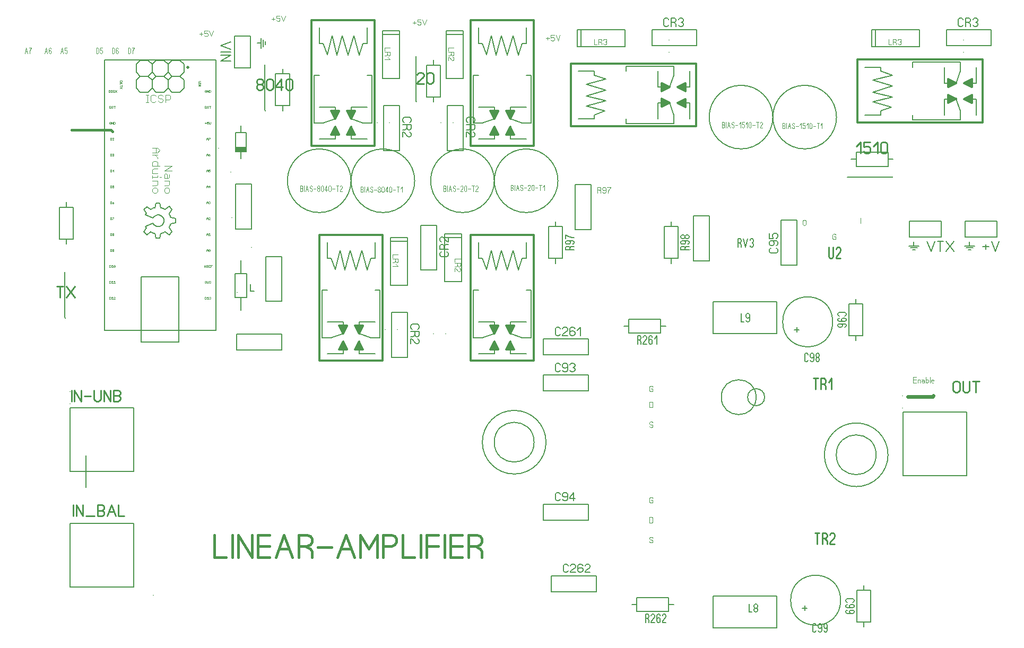
<source format=gbr>
%FSLAX34Y34*%
%MOMM*%
%LNSILK_TOP*%
G71*
G01*
%ADD10C,0.200*%
%ADD11C,0.111*%
%ADD12C,0.150*%
%ADD13C,0.167*%
%ADD14C,0.144*%
%ADD15C,0.222*%
%ADD16C,0.127*%
%ADD17C,0.102*%
%ADD18C,0.050*%
%ADD19C,0.203*%
%ADD20C,0.500*%
%ADD21C,0.100*%
%ADD22C,0.206*%
%ADD23C,0.300*%
%ADD24C,0.444*%
%ADD25C,0.600*%
%ADD26C,0.400*%
%LPD*%
G54D10*
G75*
G01X-443130Y-28420D02*
G03X-443130Y-28420I-50800J0D01*
G01*
G54D10*
G75*
G01X-462180Y-28420D02*
G03X-462180Y-28420I-31750J0D01*
G01*
G54D10*
G75*
G01X102620Y-48520D02*
G03X102620Y-48520I-50800J0D01*
G01*
G54D10*
G75*
G01X83570Y-48520D02*
G03X83570Y-48520I-31750J0D01*
G01*
G54D11*
X58520Y320830D02*
X58520Y329719D01*
G54D11*
X16737Y299874D02*
X19403Y299874D01*
X19403Y297097D01*
X18737Y295986D01*
X17403Y295430D01*
X16070Y295430D01*
X14737Y295986D01*
X14070Y297097D01*
X14070Y302652D01*
X14737Y303763D01*
X16070Y304319D01*
X17403Y304319D01*
X18737Y303763D01*
X19403Y302652D01*
G54D11*
X-28222Y324877D02*
X-28222Y319322D01*
X-28888Y318211D01*
X-30222Y317655D01*
X-31555Y317655D01*
X-32888Y318211D01*
X-33555Y319322D01*
X-33555Y324877D01*
X-32888Y325988D01*
X-31555Y326544D01*
X-30222Y326544D01*
X-28888Y325988D01*
X-28222Y324877D01*
G54D12*
X-42446Y326251D02*
X-67846Y326251D01*
X-67846Y254651D01*
X-42446Y254651D01*
X-42446Y326251D01*
G54D13*
X-75738Y281595D02*
X-74071Y280595D01*
X-73238Y278595D01*
X-73238Y276595D01*
X-74071Y274595D01*
X-75738Y273595D01*
X-84071Y273595D01*
X-85738Y274595D01*
X-86571Y276595D01*
X-86571Y278595D01*
X-85738Y280595D01*
X-84071Y281595D01*
G54D13*
X-75738Y285262D02*
X-74071Y286262D01*
X-73238Y288262D01*
X-73238Y290262D01*
X-74071Y292262D01*
X-75738Y293262D01*
X-79904Y293262D01*
X-80738Y293262D01*
X-79071Y290262D01*
X-79071Y288262D01*
X-79904Y286262D01*
X-81571Y285262D01*
X-84071Y285262D01*
X-85738Y286262D01*
X-86571Y288262D01*
X-86571Y290262D01*
X-85738Y292262D01*
X-84071Y293262D01*
X-79904Y293262D01*
G54D13*
X-86571Y304929D02*
X-86571Y296929D01*
X-80738Y296929D01*
X-80738Y297929D01*
X-81571Y299929D01*
X-81571Y301929D01*
X-80738Y303929D01*
X-79071Y304929D01*
X-75738Y304929D01*
X-74071Y303929D01*
X-73238Y301929D01*
X-73238Y299929D01*
X-74071Y297929D01*
X-75738Y296929D01*
G54D12*
X-254643Y315731D02*
X-232468Y315731D01*
X-232468Y265031D01*
X-254643Y265031D01*
X-254643Y315731D01*
G54D12*
X-243556Y315931D02*
X-243556Y323831D01*
G54D12*
X-243556Y264931D02*
X-243556Y257031D01*
G54D13*
X-221298Y281457D02*
X-219631Y283457D01*
X-217964Y284123D01*
X-214631Y284123D01*
G54D13*
X-214631Y278790D02*
X-227964Y278790D01*
X-227964Y282123D01*
X-227131Y283457D01*
X-225464Y284123D01*
X-223798Y284123D01*
X-222131Y283457D01*
X-221298Y282123D01*
X-221298Y278790D01*
G54D13*
X-217131Y287790D02*
X-215464Y288457D01*
X-214631Y289790D01*
X-214631Y291123D01*
X-215464Y292457D01*
X-217131Y293123D01*
X-221298Y293123D01*
X-222131Y293123D01*
X-220464Y291123D01*
X-220464Y289790D01*
X-221298Y288457D01*
X-222964Y287790D01*
X-225464Y287790D01*
X-227131Y288457D01*
X-227964Y289790D01*
X-227964Y291123D01*
X-227131Y292457D01*
X-225464Y293123D01*
X-221298Y293123D01*
G54D13*
X-221298Y300123D02*
X-221298Y298790D01*
X-222131Y297457D01*
X-223798Y296790D01*
X-225464Y296790D01*
X-227131Y297457D01*
X-227964Y298790D01*
X-227964Y300123D01*
X-227131Y301457D01*
X-225464Y302123D01*
X-223798Y302123D01*
X-222131Y301457D01*
X-221298Y300123D01*
X-220464Y301457D01*
X-218798Y302123D01*
X-217131Y302123D01*
X-215464Y301457D01*
X-214631Y300123D01*
X-214631Y298790D01*
X-215464Y297457D01*
X-217131Y296790D01*
X-218798Y296790D01*
X-220464Y297457D01*
X-221298Y298790D01*
G54D12*
X-182146Y332601D02*
X-207546Y332601D01*
X-207546Y261001D01*
X-182146Y261001D01*
X-182146Y332601D01*
G54D13*
X-212938Y279945D02*
X-212938Y279945D01*
G54D12*
X-438793Y315731D02*
X-416618Y315731D01*
X-416618Y265031D01*
X-438793Y265031D01*
X-438793Y315731D01*
G54D12*
X-427706Y315931D02*
X-427706Y323831D01*
G54D12*
X-427706Y264931D02*
X-427706Y257031D01*
G54D13*
X-405448Y281457D02*
X-403781Y283457D01*
X-402114Y284123D01*
X-398781Y284123D01*
G54D13*
X-398781Y278790D02*
X-412114Y278790D01*
X-412114Y282123D01*
X-411281Y283457D01*
X-409614Y284123D01*
X-407948Y284123D01*
X-406281Y283457D01*
X-405448Y282123D01*
X-405448Y278790D01*
G54D13*
X-401281Y287790D02*
X-399614Y288457D01*
X-398781Y289790D01*
X-398781Y291123D01*
X-399614Y292457D01*
X-401281Y293123D01*
X-405448Y293123D01*
X-406281Y293123D01*
X-404614Y291123D01*
X-404614Y289790D01*
X-405448Y288457D01*
X-407114Y287790D01*
X-409614Y287790D01*
X-411281Y288457D01*
X-412114Y289790D01*
X-412114Y291123D01*
X-411281Y292457D01*
X-409614Y293123D01*
X-405448Y293123D01*
G54D13*
X-412114Y296790D02*
X-412114Y302123D01*
X-410448Y301457D01*
X-407948Y300123D01*
X-404614Y298790D01*
X-402114Y298123D01*
X-398781Y298123D01*
G54D11*
X-275363Y56924D02*
X-272697Y56924D01*
X-272697Y54147D01*
X-273363Y53036D01*
X-274697Y52480D01*
X-276030Y52480D01*
X-277363Y53036D01*
X-278030Y54147D01*
X-278030Y59702D01*
X-277363Y60813D01*
X-276030Y61369D01*
X-274697Y61369D01*
X-273363Y60813D01*
X-272697Y59702D01*
G54D11*
X-278030Y27080D02*
X-278030Y35969D01*
X-274697Y35969D01*
X-273363Y35413D01*
X-272697Y34302D01*
X-272697Y28747D01*
X-273363Y27636D01*
X-274697Y27080D01*
X-278030Y27080D01*
G54D11*
X-278030Y-157070D02*
X-278030Y-148181D01*
X-274697Y-148181D01*
X-273363Y-148737D01*
X-272697Y-149848D01*
X-272697Y-155403D01*
X-273363Y-156514D01*
X-274697Y-157070D01*
X-278030Y-157070D01*
G54D11*
X-278030Y-3003D02*
X-277363Y-4114D01*
X-276030Y-4670D01*
X-274697Y-4670D01*
X-273363Y-4114D01*
X-272697Y-3003D01*
X-272697Y-1892D01*
X-273363Y-781D01*
X-274697Y-226D01*
X-276030Y-226D01*
X-277363Y330D01*
X-278030Y1441D01*
X-278030Y2552D01*
X-277363Y3663D01*
X-276030Y4219D01*
X-274697Y4219D01*
X-273363Y3663D01*
X-272697Y2552D01*
G54D11*
X-278030Y-187153D02*
X-277363Y-188264D01*
X-276030Y-188820D01*
X-274697Y-188820D01*
X-273363Y-188264D01*
X-272697Y-187153D01*
X-272697Y-186042D01*
X-273363Y-184931D01*
X-274697Y-184376D01*
X-276030Y-184376D01*
X-277363Y-183820D01*
X-278030Y-182709D01*
X-278030Y-181598D01*
X-277363Y-180487D01*
X-276030Y-179931D01*
X-274697Y-179931D01*
X-273363Y-180487D01*
X-272697Y-181598D01*
G54D11*
X-275363Y-120876D02*
X-272697Y-120876D01*
X-272697Y-123653D01*
X-273363Y-124764D01*
X-274697Y-125320D01*
X-276030Y-125320D01*
X-277363Y-124764D01*
X-278030Y-123653D01*
X-278030Y-118098D01*
X-277363Y-116987D01*
X-276030Y-116431D01*
X-274697Y-116431D01*
X-273363Y-116987D01*
X-272697Y-118098D01*
G54D12*
X-375732Y53604D02*
X-375732Y79005D01*
X-447332Y79004D01*
X-447332Y53604D01*
X-375732Y53604D01*
G54D13*
X-420387Y86896D02*
X-421387Y85229D01*
X-423387Y84396D01*
X-425387Y84396D01*
X-427387Y85229D01*
X-428387Y86896D01*
X-428387Y95229D01*
X-427387Y96896D01*
X-425387Y97729D01*
X-423387Y97729D01*
X-421387Y96896D01*
X-420387Y95229D01*
G54D13*
X-416720Y86896D02*
X-415720Y85229D01*
X-413720Y84396D01*
X-411720Y84396D01*
X-409720Y85229D01*
X-408720Y86896D01*
X-408720Y91063D01*
X-408720Y91896D01*
X-411720Y90229D01*
X-413720Y90229D01*
X-415720Y91063D01*
X-416720Y92729D01*
X-416720Y95229D01*
X-415720Y96896D01*
X-413720Y97729D01*
X-411720Y97729D01*
X-409720Y96896D01*
X-408720Y95229D01*
X-408720Y91063D01*
G54D13*
X-405053Y95229D02*
X-404053Y96896D01*
X-402053Y97729D01*
X-400053Y97729D01*
X-398053Y96896D01*
X-397053Y95229D01*
X-397053Y93563D01*
X-398053Y91896D01*
X-400053Y91063D01*
X-398053Y90229D01*
X-397053Y88563D01*
X-397053Y86896D01*
X-398053Y85229D01*
X-400053Y84396D01*
X-402053Y84396D01*
X-404053Y85229D01*
X-405053Y86896D01*
G54D12*
X-375732Y-152771D02*
X-375732Y-127370D01*
X-447332Y-127370D01*
X-447332Y-152771D01*
X-375732Y-152771D01*
G54D13*
X-420387Y-119479D02*
X-421387Y-121146D01*
X-423387Y-121979D01*
X-425387Y-121979D01*
X-427387Y-121146D01*
X-428387Y-119479D01*
X-428387Y-111146D01*
X-427387Y-109479D01*
X-425387Y-108646D01*
X-423387Y-108646D01*
X-421387Y-109479D01*
X-420387Y-111146D01*
G54D13*
X-416720Y-119479D02*
X-415720Y-121146D01*
X-413720Y-121979D01*
X-411720Y-121979D01*
X-409720Y-121146D01*
X-408720Y-119479D01*
X-408720Y-115312D01*
X-408720Y-114479D01*
X-411720Y-116146D01*
X-413720Y-116146D01*
X-415720Y-115312D01*
X-416720Y-113646D01*
X-416720Y-111146D01*
X-415720Y-109479D01*
X-413720Y-108646D01*
X-411720Y-108646D01*
X-409720Y-109479D01*
X-408720Y-111146D01*
X-408720Y-115312D01*
G54D13*
X-399053Y-121979D02*
X-399053Y-108646D01*
X-405053Y-116979D01*
X-405053Y-118646D01*
X-397053Y-118646D01*
G54D12*
X-375732Y110754D02*
X-375732Y136155D01*
X-447332Y136154D01*
X-447332Y110754D01*
X-375732Y110754D01*
G54D13*
X-420387Y144046D02*
X-421387Y142379D01*
X-423387Y141546D01*
X-425387Y141546D01*
X-427387Y142379D01*
X-428387Y144046D01*
X-428387Y152379D01*
X-427387Y154046D01*
X-425387Y154879D01*
X-423387Y154879D01*
X-421387Y154046D01*
X-420387Y152379D01*
G54D13*
X-408720Y141546D02*
X-416720Y141546D01*
X-416720Y142379D01*
X-415720Y144046D01*
X-409720Y149046D01*
X-408720Y150713D01*
X-408720Y152379D01*
X-409720Y154046D01*
X-411720Y154879D01*
X-413720Y154879D01*
X-415720Y154046D01*
X-416720Y152379D01*
G54D13*
X-397053Y152379D02*
X-398053Y154046D01*
X-400053Y154879D01*
X-402053Y154879D01*
X-404053Y154046D01*
X-405053Y152379D01*
X-405053Y148213D01*
X-405053Y147379D01*
X-402053Y149046D01*
X-400053Y149046D01*
X-398053Y148213D01*
X-397053Y146546D01*
X-397053Y144046D01*
X-398053Y142379D01*
X-400053Y141546D01*
X-402053Y141546D01*
X-404053Y142379D01*
X-405053Y144046D01*
X-405053Y148213D01*
G54D13*
X-393386Y149879D02*
X-388386Y154879D01*
X-388386Y141546D01*
G54D12*
X-363032Y-267071D02*
X-363032Y-241670D01*
X-434632Y-241670D01*
X-434632Y-267071D01*
X-363032Y-267071D01*
G54D13*
X-407687Y-233779D02*
X-408687Y-235446D01*
X-410687Y-236279D01*
X-412687Y-236279D01*
X-414687Y-235446D01*
X-415687Y-233779D01*
X-415687Y-225446D01*
X-414687Y-223779D01*
X-412687Y-222946D01*
X-410687Y-222946D01*
X-408687Y-223779D01*
X-407687Y-225446D01*
G54D13*
X-396020Y-236279D02*
X-404020Y-236279D01*
X-404020Y-235446D01*
X-403020Y-233779D01*
X-397020Y-228779D01*
X-396020Y-227112D01*
X-396020Y-225446D01*
X-397020Y-223779D01*
X-399020Y-222946D01*
X-401020Y-222946D01*
X-403020Y-223779D01*
X-404020Y-225446D01*
G54D13*
X-384353Y-225446D02*
X-385353Y-223779D01*
X-387353Y-222946D01*
X-389353Y-222946D01*
X-391353Y-223779D01*
X-392353Y-225446D01*
X-392353Y-229612D01*
X-392353Y-230446D01*
X-389353Y-228779D01*
X-387353Y-228779D01*
X-385353Y-229612D01*
X-384353Y-231279D01*
X-384353Y-233779D01*
X-385353Y-235446D01*
X-387353Y-236279D01*
X-389353Y-236279D01*
X-391353Y-235446D01*
X-392353Y-233779D01*
X-392353Y-229612D01*
G54D13*
X-372686Y-236279D02*
X-380686Y-236279D01*
X-380686Y-235446D01*
X-379686Y-233779D01*
X-373686Y-228779D01*
X-372686Y-227112D01*
X-372686Y-225446D01*
X-373686Y-223779D01*
X-375686Y-222946D01*
X-377686Y-222946D01*
X-379686Y-223779D01*
X-380686Y-225446D01*
G54D12*
X-260045Y168096D02*
X-260045Y145921D01*
X-310745Y145921D01*
X-310745Y168096D01*
X-260045Y168096D01*
G54D12*
X-259845Y157008D02*
X-251945Y157008D01*
G54D12*
X-310845Y157008D02*
X-318745Y157008D01*
G54D13*
X-294319Y134750D02*
X-292319Y133084D01*
X-291653Y131417D01*
X-291653Y128084D01*
G54D13*
X-296986Y128084D02*
X-296986Y141417D01*
X-293653Y141417D01*
X-292319Y140584D01*
X-291653Y138917D01*
X-291653Y137250D01*
X-292319Y135584D01*
X-293653Y134750D01*
X-296986Y134750D01*
G54D13*
X-282653Y128084D02*
X-287986Y128084D01*
X-287986Y128917D01*
X-287319Y130584D01*
X-283319Y135584D01*
X-282653Y137250D01*
X-282653Y138917D01*
X-283319Y140584D01*
X-284653Y141417D01*
X-285986Y141417D01*
X-287319Y140584D01*
X-287986Y138917D01*
G54D13*
X-273653Y138917D02*
X-274319Y140584D01*
X-275653Y141417D01*
X-276986Y141417D01*
X-278319Y140584D01*
X-278986Y138917D01*
X-278986Y134750D01*
X-278986Y133917D01*
X-276986Y135584D01*
X-275653Y135584D01*
X-274319Y134750D01*
X-273653Y133084D01*
X-273653Y130584D01*
X-274319Y128917D01*
X-275653Y128084D01*
X-276986Y128084D01*
X-278319Y128917D01*
X-278986Y130584D01*
X-278986Y134750D01*
G54D13*
X-269986Y136417D02*
X-266653Y141417D01*
X-266653Y128084D01*
G54D12*
X-247345Y-276404D02*
X-247345Y-298579D01*
X-298045Y-298579D01*
X-298045Y-276404D01*
X-247345Y-276404D01*
G54D12*
X-247145Y-287492D02*
X-239245Y-287492D01*
G54D12*
X-298145Y-287492D02*
X-306045Y-287492D01*
G54D13*
X-281619Y-309750D02*
X-279619Y-311416D01*
X-278953Y-313083D01*
X-278953Y-316416D01*
G54D13*
X-284286Y-316416D02*
X-284286Y-303083D01*
X-280953Y-303083D01*
X-279619Y-303916D01*
X-278953Y-305583D01*
X-278953Y-307250D01*
X-279619Y-308916D01*
X-280953Y-309750D01*
X-284286Y-309750D01*
G54D13*
X-269953Y-316416D02*
X-275286Y-316416D01*
X-275286Y-315583D01*
X-274619Y-313916D01*
X-270619Y-308916D01*
X-269953Y-307250D01*
X-269953Y-305583D01*
X-270619Y-303916D01*
X-271953Y-303083D01*
X-273286Y-303083D01*
X-274619Y-303916D01*
X-275286Y-305583D01*
G54D13*
X-260953Y-305583D02*
X-261619Y-303916D01*
X-262953Y-303083D01*
X-264286Y-303083D01*
X-265619Y-303916D01*
X-266286Y-305583D01*
X-266286Y-309750D01*
X-266286Y-310583D01*
X-264286Y-308916D01*
X-262953Y-308916D01*
X-261619Y-309750D01*
X-260953Y-311416D01*
X-260953Y-313916D01*
X-261619Y-315583D01*
X-262953Y-316416D01*
X-264286Y-316416D01*
X-265619Y-315583D01*
X-266286Y-313916D01*
X-266286Y-309750D01*
G54D13*
X-251953Y-316416D02*
X-257286Y-316416D01*
X-257286Y-315583D01*
X-256619Y-313916D01*
X-252619Y-308916D01*
X-251953Y-307250D01*
X-251953Y-305583D01*
X-252619Y-303916D01*
X-253953Y-303083D01*
X-255286Y-303083D01*
X-256619Y-303916D01*
X-257286Y-305583D01*
G54D12*
X-46880Y151030D02*
X-39280Y151030D01*
G54D12*
X-43080Y154830D02*
X-43080Y147230D01*
G54D12*
G75*
G01X14276Y163730D02*
G03X14276Y163730I-39850J0D01*
G01*
G54D12*
X-34180Y-293470D02*
X-26580Y-293470D01*
G54D12*
X-30380Y-289670D02*
X-30380Y-297270D01*
G54D12*
G75*
G01X26976Y-280770D02*
G03X26976Y-280770I-39850J0D01*
G01*
G54D10*
X165058Y292514D02*
X171058Y276514D01*
X177058Y292514D01*
G54D10*
X186258Y276514D02*
X186258Y292514D01*
G54D10*
X181458Y292514D02*
X191058Y292514D01*
G54D10*
X195458Y292514D02*
X207458Y276514D01*
G54D10*
X195458Y276514D02*
X207458Y292514D01*
G54D12*
X137008Y298865D02*
X137009Y324265D01*
X187808Y324265D01*
X187808Y298865D01*
X137008Y298865D01*
G54D10*
X143881Y291467D02*
X143882Y285116D01*
G54D10*
X151819Y285116D02*
X135944Y285117D01*
G54D10*
X138325Y281942D02*
X149438Y281942D01*
G54D10*
X146263Y278767D02*
X141500Y278767D01*
G54D12*
X62259Y141731D02*
X40084Y141731D01*
X40084Y192431D01*
X62259Y192431D01*
X62259Y141731D01*
G54D12*
X51172Y141531D02*
X51172Y133631D01*
G54D12*
X51172Y192531D02*
X51172Y200431D01*
G54D13*
X24747Y173339D02*
X23081Y174006D01*
X22247Y175339D01*
X22247Y176672D01*
X23081Y178006D01*
X24747Y178672D01*
X33081Y178672D01*
X34747Y178006D01*
X35581Y176672D01*
X35581Y175339D01*
X34747Y174006D01*
X33081Y173339D01*
G54D13*
X24747Y169672D02*
X23081Y169006D01*
X22247Y167672D01*
X22247Y166339D01*
X23081Y165006D01*
X24747Y164339D01*
X28914Y164339D01*
X29747Y164339D01*
X28081Y166339D01*
X28081Y167672D01*
X28914Y169006D01*
X30581Y169672D01*
X33081Y169672D01*
X34747Y169006D01*
X35581Y167672D01*
X35581Y166339D01*
X34747Y165006D01*
X33081Y164339D01*
X28914Y164339D01*
G54D13*
X33081Y155339D02*
X34747Y156006D01*
X35581Y157339D01*
X35581Y158672D01*
X34747Y160006D01*
X33081Y160672D01*
X28914Y160672D01*
X28081Y160672D01*
X29747Y158672D01*
X29747Y157339D01*
X28914Y156006D01*
X27247Y155339D01*
X24747Y155339D01*
X23081Y156006D01*
X22247Y157339D01*
X22247Y158672D01*
X23081Y160006D01*
X24747Y160672D01*
X28914Y160672D01*
G54D10*
X253958Y283514D02*
X263558Y283514D01*
G54D10*
X258758Y287514D02*
X258758Y279514D01*
G54D10*
X267958Y292514D02*
X273958Y276514D01*
X279958Y292514D01*
G54D12*
X225908Y298865D02*
X225909Y324265D01*
X276708Y324265D01*
X276708Y298865D01*
X225908Y298865D01*
G54D10*
X232781Y291467D02*
X232782Y285116D01*
G54D10*
X240719Y285116D02*
X224844Y285117D01*
G54D10*
X227225Y281942D02*
X238338Y281942D01*
G54D10*
X235163Y278767D02*
X230400Y278767D01*
G54D12*
X126170Y19480D02*
X227770Y19480D01*
X227770Y-82120D01*
X126170Y-82120D01*
X126170Y19480D01*
G54D14*
X125420Y46230D02*
X125420Y46230D01*
G54D14*
X125420Y26730D02*
X125420Y26730D01*
G54D10*
X-176430Y-274420D02*
X-74830Y-274420D01*
X-74830Y-325220D01*
X-176430Y-325220D01*
X-176430Y-274420D01*
G54D10*
X-176430Y195480D02*
X-74830Y195480D01*
X-74830Y144680D01*
X-176430Y144680D01*
X-176430Y195480D01*
G54D13*
X-134186Y290105D02*
X-132186Y288439D01*
X-131519Y286772D01*
X-131519Y283439D01*
G54D13*
X-136852Y283439D02*
X-136852Y296772D01*
X-133519Y296772D01*
X-132186Y295939D01*
X-131519Y294272D01*
X-131519Y292605D01*
X-132186Y290939D01*
X-133519Y290105D01*
X-136852Y290105D01*
G54D13*
X-127852Y296772D02*
X-124519Y283439D01*
X-121186Y296772D01*
G54D13*
X-117518Y294272D02*
X-116852Y295939D01*
X-115518Y296772D01*
X-114185Y296772D01*
X-112852Y295939D01*
X-112185Y294272D01*
X-112185Y292605D01*
X-112852Y290939D01*
X-114185Y290105D01*
X-112852Y289272D01*
X-112185Y287605D01*
X-112185Y285939D01*
X-112852Y284272D01*
X-114185Y283439D01*
X-115518Y283439D01*
X-116852Y284272D01*
X-117518Y285939D01*
G54D13*
X-131980Y177063D02*
X-131980Y163730D01*
X-127313Y163730D01*
G54D13*
X-123646Y166230D02*
X-122979Y164563D01*
X-121646Y163730D01*
X-120313Y163730D01*
X-118979Y164563D01*
X-118313Y166230D01*
X-118313Y170397D01*
X-118313Y171230D01*
X-120313Y169563D01*
X-121646Y169563D01*
X-122979Y170397D01*
X-123646Y172063D01*
X-123646Y174563D01*
X-122979Y176230D01*
X-121646Y177063D01*
X-120313Y177063D01*
X-118979Y176230D01*
X-118313Y174563D01*
X-118313Y170397D01*
G54D13*
X-119280Y-286487D02*
X-119280Y-299820D01*
X-114613Y-299820D01*
G54D13*
X-107613Y-293153D02*
X-108946Y-293153D01*
X-110279Y-292320D01*
X-110946Y-290653D01*
X-110946Y-288987D01*
X-110279Y-287320D01*
X-108946Y-286487D01*
X-107613Y-286487D01*
X-106279Y-287320D01*
X-105613Y-288987D01*
X-105613Y-290653D01*
X-106279Y-292320D01*
X-107613Y-293153D01*
X-106279Y-293987D01*
X-105613Y-295653D01*
X-105613Y-297320D01*
X-106279Y-298987D01*
X-107613Y-299820D01*
X-108946Y-299820D01*
X-110279Y-298987D01*
X-110946Y-297320D01*
X-110946Y-295653D01*
X-110279Y-293987D01*
X-108946Y-293153D01*
G54D13*
X-25047Y102730D02*
X-25713Y101063D01*
X-27047Y100230D01*
X-28380Y100230D01*
X-29713Y101063D01*
X-30380Y102730D01*
X-30380Y111063D01*
X-29713Y112730D01*
X-28380Y113563D01*
X-27047Y113563D01*
X-25713Y112730D01*
X-25047Y111063D01*
G54D13*
X-21380Y102730D02*
X-20713Y101063D01*
X-19380Y100230D01*
X-18047Y100230D01*
X-16713Y101063D01*
X-16047Y102730D01*
X-16047Y106897D01*
X-16047Y107730D01*
X-18047Y106063D01*
X-19380Y106063D01*
X-20713Y106897D01*
X-21380Y108563D01*
X-21380Y111063D01*
X-20713Y112730D01*
X-19380Y113563D01*
X-18047Y113563D01*
X-16713Y112730D01*
X-16047Y111063D01*
X-16047Y106897D01*
G54D13*
X-9047Y106897D02*
X-10380Y106897D01*
X-11713Y107730D01*
X-12380Y109397D01*
X-12380Y111063D01*
X-11713Y112730D01*
X-10380Y113563D01*
X-9047Y113563D01*
X-7713Y112730D01*
X-7047Y111063D01*
X-7047Y109397D01*
X-7713Y107730D01*
X-9047Y106897D01*
X-7713Y106063D01*
X-7047Y104397D01*
X-7047Y102730D01*
X-7713Y101063D01*
X-9047Y100230D01*
X-10380Y100230D01*
X-11713Y101063D01*
X-12380Y102730D01*
X-12380Y104397D01*
X-11713Y106063D01*
X-10380Y106897D01*
G54D13*
X-12347Y-329070D02*
X-13013Y-330737D01*
X-14347Y-331570D01*
X-15680Y-331570D01*
X-17013Y-330737D01*
X-17680Y-329070D01*
X-17680Y-320737D01*
X-17013Y-319070D01*
X-15680Y-318237D01*
X-14347Y-318237D01*
X-13013Y-319070D01*
X-12347Y-320737D01*
G54D13*
X-8680Y-329070D02*
X-8013Y-330737D01*
X-6680Y-331570D01*
X-5347Y-331570D01*
X-4013Y-330737D01*
X-3347Y-329070D01*
X-3347Y-324903D01*
X-3347Y-324070D01*
X-5347Y-325737D01*
X-6680Y-325737D01*
X-8013Y-324903D01*
X-8680Y-323237D01*
X-8680Y-320737D01*
X-8013Y-319070D01*
X-6680Y-318237D01*
X-5347Y-318237D01*
X-4013Y-319070D01*
X-3347Y-320737D01*
X-3347Y-324903D01*
G54D13*
X320Y-329070D02*
X987Y-330737D01*
X2320Y-331570D01*
X3653Y-331570D01*
X4987Y-330737D01*
X5653Y-329070D01*
X5653Y-324903D01*
X5653Y-324070D01*
X3653Y-325737D01*
X2320Y-325737D01*
X987Y-324903D01*
X320Y-323237D01*
X320Y-320737D01*
X987Y-319070D01*
X2320Y-318237D01*
X3653Y-318237D01*
X4987Y-319070D01*
X5653Y-320737D01*
X5653Y-324903D01*
G54D15*
X7720Y283108D02*
X7720Y268663D01*
X8609Y266441D01*
X10387Y265330D01*
X12164Y265330D01*
X13942Y266441D01*
X14831Y268663D01*
X14831Y283108D01*
G54D15*
X26831Y265330D02*
X19720Y265330D01*
X19720Y266441D01*
X20609Y268663D01*
X25942Y275330D01*
X26831Y277552D01*
X26831Y279774D01*
X25942Y281997D01*
X24164Y283108D01*
X22387Y283108D01*
X20609Y281997D01*
X19720Y279774D01*
G54D12*
X74959Y-315469D02*
X52784Y-315469D01*
X52784Y-264769D01*
X74959Y-264769D01*
X74959Y-315469D01*
G54D12*
X63872Y-315669D02*
X63872Y-323569D01*
G54D12*
X63872Y-264669D02*
X63872Y-256769D01*
G54D13*
X37447Y-283861D02*
X35780Y-283194D01*
X34947Y-281861D01*
X34947Y-280528D01*
X35780Y-279194D01*
X37447Y-278528D01*
X45780Y-278528D01*
X47447Y-279194D01*
X48280Y-280528D01*
X48280Y-281861D01*
X47447Y-283194D01*
X45780Y-283861D01*
G54D13*
X37447Y-287528D02*
X35780Y-288194D01*
X34947Y-289528D01*
X34947Y-290861D01*
X35780Y-292194D01*
X37447Y-292861D01*
X41614Y-292861D01*
X42447Y-292861D01*
X40780Y-290861D01*
X40780Y-289528D01*
X41614Y-288194D01*
X43280Y-287528D01*
X45780Y-287528D01*
X47447Y-288194D01*
X48280Y-289528D01*
X48280Y-290861D01*
X47447Y-292194D01*
X45780Y-292861D01*
X41614Y-292861D01*
G54D13*
X37447Y-296528D02*
X35780Y-297194D01*
X34947Y-298528D01*
X34947Y-299861D01*
X35780Y-301194D01*
X37447Y-301861D01*
X41614Y-301861D01*
X42447Y-301861D01*
X40780Y-299861D01*
X40780Y-298528D01*
X41614Y-297194D01*
X43280Y-296528D01*
X45780Y-296528D01*
X47447Y-297194D01*
X48280Y-298528D01*
X48280Y-299861D01*
X47447Y-301194D01*
X45780Y-301861D01*
X41614Y-301861D01*
G54D16*
X-1147765Y150369D02*
X-1147765Y582169D01*
X-969965Y582169D01*
X-969965Y150369D01*
X-1147765Y150369D01*
G54D16*
X-1029147Y131827D02*
X-1029147Y235967D01*
X-1088837Y235967D01*
X-1088837Y131827D01*
X-1029147Y131827D01*
G54D17*
X-1050240Y518250D02*
X-1044392Y518250D01*
X-1042444Y520198D01*
X-1042444Y524097D01*
X-1044392Y526045D01*
X-1050239Y526045D01*
X-1050239Y514351D01*
G54D17*
X-1054138Y524097D02*
X-1056086Y526045D01*
X-1059985Y526045D01*
X-1061934Y524097D01*
X-1061934Y522146D01*
X-1059985Y520198D01*
X-1056086Y520198D01*
X-1054138Y518250D01*
X-1054138Y516299D01*
X-1056086Y514351D01*
X-1059985Y514351D01*
X-1061934Y516299D01*
G54D17*
X-1065832Y516299D02*
X-1067781Y514351D01*
X-1071680Y514351D01*
X-1073628Y516299D01*
X-1073628Y524097D01*
X-1071680Y526045D01*
X-1067781Y526045D01*
X-1065832Y524097D01*
G54D17*
X-1077524Y526045D02*
X-1081423Y526045D01*
G54D17*
X-1079475Y526045D02*
X-1079475Y514351D01*
G54D17*
X-1081423Y514351D02*
X-1077524Y514351D01*
G54D17*
X-1065210Y441773D02*
X-1065210Y433975D01*
G54D17*
X-1071057Y441773D02*
X-1063262Y441773D01*
X-1059363Y437874D01*
X-1063262Y433975D01*
X-1071057Y433975D01*
G54D17*
X-1071057Y430079D02*
X-1063262Y430079D01*
G54D17*
X-1067158Y430079D02*
X-1063262Y426180D01*
X-1063262Y424232D01*
G54D17*
X-1063262Y412538D02*
X-1063262Y418385D01*
X-1065210Y420333D01*
X-1069109Y420333D01*
X-1071057Y418385D01*
X-1071057Y412538D01*
X-1059363Y412538D01*
G54D17*
X-1063262Y408639D02*
X-1069109Y408639D01*
X-1071057Y406691D01*
X-1071057Y400844D01*
X-1063262Y400844D01*
G54D17*
X-1063262Y396945D02*
X-1063262Y394996D01*
X-1071057Y394996D01*
G54D17*
X-1071057Y396944D02*
X-1071057Y393048D01*
G54D17*
X-1071057Y389149D02*
X-1063262Y389149D01*
X-1063262Y383302D01*
X-1065210Y381354D01*
X-1071057Y381354D01*
G54D17*
X-1065210Y377455D02*
X-1069109Y377455D01*
X-1071057Y375507D01*
X-1071057Y371608D01*
X-1069109Y369660D01*
X-1065210Y369660D01*
X-1063262Y371608D01*
X-1063262Y375507D01*
X-1065210Y377455D01*
G54D17*
X-1052007Y371608D02*
X-1052007Y375507D01*
X-1050059Y377455D01*
X-1046160Y377455D01*
X-1044212Y375507D01*
X-1044212Y371608D01*
X-1046160Y369660D01*
X-1050059Y369660D01*
X-1052007Y371608D01*
G54D17*
X-1052007Y381354D02*
X-1046160Y381354D01*
X-1044212Y383302D01*
X-1044212Y389149D01*
X-1052007Y389149D01*
G54D17*
X-1048108Y393048D02*
X-1048108Y398895D01*
X-1050059Y400844D01*
X-1052007Y398895D01*
X-1052007Y393048D01*
X-1046160Y393048D01*
X-1044212Y394996D01*
X-1044212Y398895D01*
G54D17*
X-1040313Y404740D02*
X-1052007Y404740D01*
X-1040313Y412538D01*
X-1052007Y412538D01*
G54D17*
X-1057415Y394996D02*
X-1059363Y394996D01*
G54D18*
X-1123508Y549022D02*
X-1119950Y549022D01*
X-1119950Y547242D01*
X-1120541Y546650D01*
X-1122914Y546649D01*
X-1123508Y547242D01*
X-1123508Y549022D01*
G54D18*
X-1121136Y545514D02*
X-1119950Y544328D01*
X-1123508Y544328D01*
G54D18*
X-1123508Y545514D02*
X-1123508Y543142D01*
G54D18*
X-1123508Y540820D02*
X-1119950Y540820D01*
G54D18*
X-1119950Y542006D02*
X-1119950Y539634D01*
G54D18*
X-1119950Y538496D02*
X-1123508Y536124D01*
G54D18*
X-1123508Y538496D02*
X-1119950Y536124D01*
G54D18*
X-1128390Y533784D02*
X-1130762Y530226D01*
G54D18*
X-1131900Y530226D02*
X-1133086Y531412D01*
G54D18*
X-1134273Y530226D02*
X-1134273Y533785D01*
X-1132492Y533785D01*
X-1131900Y533193D01*
X-1131900Y532006D01*
X-1132492Y531412D01*
X-1134272Y531412D01*
G54D18*
X-1130762Y533785D02*
X-1128390Y530226D01*
G54D18*
X-1136000Y530226D02*
X-1135408Y530820D01*
X-1135408Y533193D01*
X-1136000Y533785D01*
X-1137186Y533784D01*
X-1137780Y533193D01*
X-1137780Y530820D01*
X-1137186Y530226D01*
X-1136000Y530226D01*
G54D18*
X-1139508Y530226D02*
X-1138916Y530820D01*
X-1138916Y533193D01*
X-1139508Y533784D01*
X-1141288Y533784D01*
X-1141288Y530226D01*
X-1139508Y530226D01*
G54D18*
X-1140018Y504826D02*
X-1140018Y508385D01*
X-1138238Y508385D01*
X-1137646Y507793D01*
X-1137646Y506607D01*
X-1138238Y506012D01*
X-1140018Y506012D01*
G54D18*
X-1134138Y507793D02*
X-1134730Y508384D01*
X-1135916Y508385D01*
X-1136510Y507793D01*
X-1136510Y507198D01*
X-1135916Y506606D01*
X-1134730Y506606D01*
X-1134138Y506012D01*
X-1134138Y505420D01*
X-1134730Y504826D01*
X-1135916Y504826D01*
X-1136510Y505420D01*
G54D18*
X-1137646Y504826D02*
X-1138832Y506012D01*
G54D18*
X-1133003Y508385D02*
X-1130630Y508385D01*
G54D18*
X-1131817Y508384D02*
X-1131817Y504826D01*
G54D18*
X-1130630Y482393D02*
X-1131222Y482984D01*
X-1133002Y482984D01*
X-1133003Y479426D01*
X-1131222Y479426D01*
X-1130630Y480020D01*
X-1130630Y482393D01*
G54D18*
X-1134138Y482985D02*
X-1134138Y479426D01*
X-1136510Y482984D01*
X-1136510Y479426D01*
G54D18*
X-1137646Y482393D02*
X-1138238Y482985D01*
X-1139424Y482984D01*
X-1140018Y482393D01*
X-1140018Y480020D01*
X-1139424Y479426D01*
X-1138238Y479426D01*
X-1137646Y480020D01*
X-1137646Y481207D01*
X-1138832Y481207D01*
G54D18*
X-1138748Y454026D02*
X-1138748Y457585D01*
X-1136968Y457585D01*
X-1136376Y456993D01*
X-1136376Y454620D01*
X-1136968Y454026D01*
X-1138748Y454026D01*
G54D18*
X-1135240Y456993D02*
X-1134646Y457584D01*
X-1133460Y457585D01*
X-1132868Y456993D01*
X-1132868Y456398D01*
X-1135240Y454026D01*
X-1132868Y454026D01*
G54D18*
X-1135240Y431593D02*
X-1134646Y432185D01*
X-1133460Y432185D01*
X-1132868Y431593D01*
X-1132868Y430998D01*
X-1133460Y430407D01*
X-1132868Y429812D01*
X-1132868Y429220D01*
X-1133460Y428626D01*
X-1134646Y428626D01*
X-1135240Y429220D01*
G54D18*
X-1136968Y428626D02*
X-1136376Y429220D01*
X-1136376Y431593D01*
X-1136968Y432185D01*
X-1138748Y432185D01*
X-1138748Y428626D01*
X-1136968Y428626D01*
G54D18*
X-1134054Y430407D02*
X-1133460Y430407D01*
G54D18*
X-1136376Y406193D02*
X-1136968Y406785D01*
X-1138748Y406785D01*
X-1138748Y403226D01*
X-1136968Y403226D01*
X-1136376Y403820D01*
X-1136376Y406193D01*
G54D18*
X-1133460Y403226D02*
X-1133460Y406785D01*
X-1135240Y405007D01*
X-1132868Y405007D01*
G54D18*
X-1132868Y381385D02*
X-1135240Y381385D01*
X-1135240Y379607D01*
X-1134054Y380198D01*
X-1133460Y380198D01*
X-1132868Y379607D01*
X-1132868Y378420D01*
X-1133460Y377826D01*
X-1134646Y377826D01*
X-1135240Y378420D01*
G54D18*
X-1136968Y377826D02*
X-1136376Y378420D01*
X-1136376Y380793D01*
X-1136968Y381385D01*
X-1138748Y381385D01*
X-1138748Y377826D01*
X-1136968Y377826D01*
G54D18*
X-1136376Y355393D02*
X-1136968Y355985D01*
X-1138748Y355985D01*
X-1138748Y352426D01*
X-1136968Y352426D01*
X-1136376Y353020D01*
X-1136376Y355393D01*
G54D18*
X-1135240Y353020D02*
X-1135240Y354207D01*
X-1133460Y354207D01*
X-1132868Y353612D01*
X-1132868Y353020D01*
X-1133460Y352426D01*
X-1134646Y352426D01*
X-1135240Y353020D01*
G54D18*
X-1135240Y354207D02*
X-1134054Y355393D01*
X-1132868Y355985D01*
G54D18*
X-1135240Y327026D02*
X-1135240Y327620D01*
X-1132868Y329993D01*
X-1132868Y330585D01*
X-1135240Y330585D01*
G54D18*
X-1136376Y327620D02*
X-1136376Y329993D01*
X-1136968Y330585D01*
X-1138748Y330585D01*
X-1138748Y327026D01*
X-1136968Y327026D01*
X-1136376Y327620D01*
G54D18*
X-1133460Y303407D02*
X-1132868Y303998D01*
X-1132868Y304593D01*
X-1133460Y305185D01*
X-1134646Y305185D01*
X-1135240Y304593D01*
X-1135240Y303998D01*
X-1134646Y303407D01*
X-1133460Y303407D01*
X-1132868Y302812D01*
X-1132868Y302220D01*
X-1133460Y301626D01*
X-1134646Y301626D01*
X-1135240Y302220D01*
X-1135240Y302812D01*
X-1134646Y303407D01*
G54D18*
X-1136376Y302220D02*
X-1136376Y304593D01*
X-1136968Y305185D01*
X-1138748Y305185D01*
X-1138748Y301626D01*
X-1136968Y301626D01*
X-1136376Y302220D01*
G54D18*
X-1136376Y279193D02*
X-1136968Y279785D01*
X-1138748Y279785D01*
X-1138748Y276226D01*
X-1136968Y276226D01*
X-1136376Y276820D01*
X-1136376Y279193D01*
G54D18*
X-1135240Y276820D02*
X-1134646Y276226D01*
X-1133460Y276226D01*
X-1132868Y276820D01*
X-1132868Y279193D01*
X-1133460Y279785D01*
X-1134646Y279785D01*
X-1135240Y279193D01*
X-1135240Y278598D01*
X-1134646Y278007D01*
X-1132868Y278007D01*
G54D18*
X-1136510Y253198D02*
X-1135324Y254385D01*
X-1135324Y250826D01*
G54D18*
X-1136510Y250826D02*
X-1134138Y250826D01*
G54D18*
X-1132408Y250826D02*
X-1133003Y251420D01*
X-1130630Y253793D01*
X-1130630Y251420D01*
X-1131222Y250826D01*
X-1132408Y250826D01*
G54D18*
X-1133003Y251420D02*
X-1133003Y253793D01*
X-1132408Y254385D01*
X-1131222Y254385D01*
X-1130630Y253793D01*
G54D18*
X-1137646Y251420D02*
X-1137646Y253793D01*
X-1138238Y254385D01*
X-1140018Y254385D01*
X-1140018Y250826D01*
X-1138238Y250826D01*
X-1137646Y251420D01*
G54D18*
X-1137646Y228393D02*
X-1138238Y228985D01*
X-1140018Y228985D01*
X-1140018Y225426D01*
X-1138238Y225426D01*
X-1137646Y226020D01*
X-1137646Y228393D01*
G54D18*
X-1136510Y227798D02*
X-1135324Y228985D01*
X-1135324Y225426D01*
G54D18*
X-1136510Y225426D02*
X-1134138Y225426D01*
G54D18*
X-1133003Y225426D02*
X-1130630Y225426D01*
G54D18*
X-1131817Y225426D02*
X-1131817Y228985D01*
X-1133003Y227798D01*
G54D18*
X-1130630Y200026D02*
X-1133003Y200026D01*
X-1130630Y202398D01*
X-1130630Y202993D01*
X-1131222Y203585D01*
X-1132408Y203585D01*
X-1133003Y202993D01*
G54D18*
X-1134138Y200026D02*
X-1136510Y200026D01*
G54D18*
X-1135324Y200026D02*
X-1135324Y203585D01*
X-1136510Y202398D01*
G54D18*
X-1137646Y200620D02*
X-1137646Y202993D01*
X-1138238Y203585D01*
X-1140018Y203584D01*
X-1140018Y200026D01*
X-1138238Y200026D01*
X-1137646Y200620D01*
G54D18*
X-987618Y200026D02*
X-987618Y203585D01*
X-985838Y203585D01*
X-985246Y202993D01*
X-985246Y200620D01*
X-985838Y200026D01*
X-987618Y200026D01*
G54D18*
X-984110Y202398D02*
X-982924Y203585D01*
X-982924Y200026D01*
G54D18*
X-984110Y200026D02*
X-981738Y200026D01*
G54D18*
X-980603Y200620D02*
X-980008Y200026D01*
X-978822Y200026D01*
X-978230Y200620D01*
X-978230Y201212D01*
X-978822Y201807D01*
X-979417Y201806D01*
G54D18*
X-978822Y201807D02*
X-978230Y202399D01*
X-978230Y202993D01*
X-978822Y203585D01*
X-980008Y203585D01*
X-980603Y202993D01*
G54D18*
X-979417Y227207D02*
X-978822Y227207D01*
X-978230Y226612D01*
X-978230Y226020D01*
X-978822Y225426D01*
X-980008Y225426D01*
X-980603Y226020D01*
G54D18*
X-978822Y227207D02*
X-978230Y227798D01*
X-978230Y228393D01*
X-978822Y228984D01*
X-980008Y228985D01*
X-980603Y228393D01*
G54D18*
X-981738Y228985D02*
X-981738Y226612D01*
X-982924Y225426D01*
X-984110Y226612D01*
X-984110Y228985D01*
G54D18*
X-987618Y228393D02*
X-987024Y228985D01*
X-985838Y228985D01*
X-985246Y228393D01*
X-985246Y227798D01*
X-985838Y227206D01*
X-985246Y226612D01*
X-985246Y226020D01*
X-985838Y225426D01*
X-987024Y225426D01*
X-987618Y226020D01*
G54D18*
X-986432Y227207D02*
X-985838Y227206D01*
G54D18*
X-986516Y250826D02*
X-986516Y253198D01*
X-987702Y254385D01*
X-988888Y253198D01*
X-988888Y250826D01*
G54D18*
X-988888Y252606D02*
X-986516Y252606D01*
G54D18*
X-985380Y252012D02*
X-983600Y252012D01*
X-983008Y252607D01*
X-983008Y253793D01*
X-983600Y254385D01*
X-985380Y254385D01*
X-985380Y250826D01*
G54D18*
X-984194Y252012D02*
X-983008Y250826D01*
G54D18*
X-979500Y254385D02*
X-981873Y254385D01*
X-981873Y250826D01*
X-979500Y250826D01*
G54D18*
X-978362Y250826D02*
X-978362Y254385D01*
X-975990Y254385D01*
G54D18*
X-977176Y252607D02*
X-978362Y252607D01*
G54D18*
X-981873Y252607D02*
X-980687Y252607D01*
G54D18*
X-979790Y276226D02*
X-980976Y276226D01*
X-981570Y276820D01*
X-979198Y279193D01*
X-979198Y276820D01*
X-979790Y276226D01*
G54D18*
X-981570Y276820D02*
X-981570Y279193D01*
X-980976Y279784D01*
X-979790Y279784D01*
X-979198Y279193D01*
G54D18*
X-985078Y276226D02*
X-985078Y278598D01*
X-983892Y279785D01*
X-982706Y278598D01*
X-982706Y276226D01*
G54D18*
X-982706Y278007D02*
X-985078Y278007D01*
G54D18*
X-985078Y301626D02*
X-985078Y303998D01*
X-983892Y305185D01*
X-982706Y303998D01*
X-982706Y301626D01*
G54D18*
X-981570Y301626D02*
X-979198Y301626D01*
G54D18*
X-980384Y301626D02*
X-980384Y305185D01*
X-981570Y303998D01*
G54D18*
X-982706Y303407D02*
X-985078Y303407D01*
G54D18*
X-985078Y327026D02*
X-985078Y329398D01*
X-983892Y330585D01*
X-982706Y329398D01*
X-982706Y327026D01*
G54D18*
X-979198Y327026D02*
X-981570Y327026D01*
X-979198Y329398D01*
X-979198Y329993D01*
X-979790Y330585D01*
X-980976Y330585D01*
X-981570Y329993D01*
G54D18*
X-982706Y328807D02*
X-985078Y328807D01*
G54D18*
X-981570Y355393D02*
X-980976Y355984D01*
X-979790Y355984D01*
X-979198Y355393D01*
X-979198Y354798D01*
X-979790Y354207D01*
X-979198Y353612D01*
X-979198Y353020D01*
X-979790Y352426D01*
X-980976Y352426D01*
X-981570Y353020D01*
G54D18*
X-982706Y352426D02*
X-982706Y354798D01*
X-983892Y355985D01*
X-985078Y354798D01*
X-985078Y352426D01*
G54D18*
X-985078Y354207D02*
X-982706Y354207D01*
G54D18*
X-979790Y354207D02*
X-980384Y354207D01*
G54D18*
X-979790Y377826D02*
X-979790Y381385D01*
X-981570Y379606D01*
X-979198Y379606D01*
G54D18*
X-982706Y379607D02*
X-985078Y379607D01*
G54D18*
X-985078Y377826D02*
X-985078Y380198D01*
X-983892Y381385D01*
X-982706Y380198D01*
X-982706Y377826D01*
G54D18*
X-985078Y403226D02*
X-985078Y405598D01*
X-983892Y406785D01*
X-982706Y405598D01*
X-982706Y403226D01*
G54D18*
X-981570Y403820D02*
X-980976Y403226D01*
X-979790Y403226D01*
X-979198Y403820D01*
X-979198Y405007D01*
X-979790Y405598D01*
X-980384Y405598D01*
X-981570Y405007D01*
X-981570Y406785D01*
X-979198Y406785D01*
G54D18*
X-982706Y405007D02*
X-985078Y405007D01*
G54D18*
X-985078Y428626D02*
X-985078Y430998D01*
X-983892Y432185D01*
X-982706Y430998D01*
X-982706Y428626D01*
G54D18*
X-979198Y432185D02*
X-980384Y431593D01*
X-981570Y430407D01*
X-981570Y429220D01*
X-980976Y428626D01*
X-979790Y428626D01*
X-979198Y429220D01*
X-979198Y429812D01*
X-979790Y430407D01*
X-981570Y430407D01*
G54D18*
X-982706Y430407D02*
X-985078Y430407D01*
G54D18*
X-985078Y454026D02*
X-985078Y456398D01*
X-983892Y457585D01*
X-982706Y456398D01*
X-982706Y454026D01*
G54D18*
X-981570Y454026D02*
X-981570Y454620D01*
X-979198Y456993D01*
X-979198Y457585D01*
X-981570Y457585D01*
G54D18*
X-982706Y455806D02*
X-985078Y455807D01*
G54D18*
X-981738Y482984D02*
X-984110Y482984D01*
X-984110Y481207D01*
X-982924Y481798D01*
X-982330Y481798D01*
X-981738Y481207D01*
X-981738Y480020D01*
X-982330Y479426D01*
X-983516Y479426D01*
X-984110Y480020D01*
G54D18*
X-980603Y482985D02*
X-980603Y480612D01*
X-979417Y479426D01*
X-978230Y480612D01*
X-978230Y482984D01*
G54D18*
X-985246Y481207D02*
X-987618Y481207D01*
G54D18*
X-986432Y482393D02*
X-986432Y480020D01*
G54D18*
X-985246Y504826D02*
X-986432Y506012D01*
G54D18*
X-987618Y504826D02*
X-987618Y508385D01*
X-985838Y508385D01*
X-985246Y507793D01*
X-985246Y506606D01*
X-985838Y506012D01*
X-987618Y506012D01*
G54D18*
X-984110Y505420D02*
X-983516Y504826D01*
X-982330Y504826D01*
X-981738Y505420D01*
X-981738Y506012D01*
X-982330Y506606D01*
X-983516Y506607D01*
X-984110Y507198D01*
X-984110Y507793D01*
X-983516Y508385D01*
X-982330Y508385D01*
X-981738Y507793D01*
G54D18*
X-980603Y508385D02*
X-978230Y508385D01*
G54D18*
X-979417Y508385D02*
X-979417Y504826D01*
G54D18*
X-980603Y530226D02*
X-978822Y530226D01*
X-978230Y530820D01*
X-978230Y533193D01*
X-978822Y533785D01*
X-980603Y533785D01*
X-980603Y530226D01*
G54D18*
X-984110Y530226D02*
X-984110Y533785D01*
X-981738Y530226D01*
X-981738Y533785D01*
G54D18*
X-985246Y533193D02*
X-985838Y533785D01*
X-987024Y533785D01*
X-987618Y533193D01*
X-987618Y530820D01*
X-987024Y530226D01*
X-985838Y530226D01*
X-985246Y530820D01*
X-985246Y532007D01*
X-986432Y532007D01*
G54D18*
X-994220Y539997D02*
X-997778Y539997D01*
X-994220Y542370D01*
X-997778Y542370D01*
G54D18*
X-997778Y543523D02*
X-997778Y544709D01*
G54D18*
X-997778Y544115D02*
X-994220Y544115D01*
G54D18*
X-994220Y543523D02*
X-994220Y544709D01*
G54D18*
X-994220Y545845D02*
X-996592Y545845D01*
X-997778Y547031D01*
X-996592Y548217D01*
X-994220Y548217D01*
G54D10*
X-1046419Y543053D02*
X-1046419Y536653D01*
X-1040119Y530353D01*
X-1027319Y530353D01*
X-1021019Y536653D01*
X-1021019Y549453D01*
X-1027319Y555753D01*
X-1040119Y555753D01*
X-1046419Y549453D01*
X-1046419Y543053D01*
G54D10*
X-1046419Y568453D02*
X-1046419Y562053D01*
X-1040119Y555753D01*
X-1027319Y555753D01*
X-1021019Y562053D01*
X-1021019Y574853D01*
X-1027319Y581153D01*
X-1040119Y581153D01*
X-1046419Y574853D01*
X-1046419Y568453D01*
G54D10*
X-1071819Y543053D02*
X-1071819Y536653D01*
X-1065519Y530353D01*
X-1052719Y530353D01*
X-1046419Y536653D01*
X-1046419Y549453D01*
X-1052719Y555753D01*
X-1065519Y555753D01*
X-1071819Y549453D01*
X-1071819Y543053D01*
G54D10*
X-1071819Y568453D02*
X-1071819Y562053D01*
X-1065519Y555753D01*
X-1052719Y555753D01*
X-1046419Y562053D01*
X-1046419Y574853D01*
X-1052719Y581153D01*
X-1065519Y581153D01*
X-1071819Y574853D01*
X-1071819Y568453D01*
G54D10*
X-1097220Y543053D02*
X-1097219Y536653D01*
X-1090919Y530353D01*
X-1078119Y530353D01*
X-1071819Y536653D01*
X-1071819Y549453D01*
X-1078119Y555753D01*
X-1090919Y555753D01*
X-1097219Y549453D01*
X-1097220Y543053D01*
G54D10*
X-1097219Y568453D02*
X-1097219Y562053D01*
X-1090919Y555753D01*
X-1078119Y555753D01*
X-1071819Y562053D01*
X-1071819Y574853D01*
X-1078119Y581153D01*
X-1090920Y581153D01*
X-1097219Y574853D01*
X-1097219Y568453D01*
G54D19*
X-1070676Y321184D02*
X-1082106Y316358D01*
X-1080582Y313818D01*
X-1084900Y307722D01*
X-1080074Y302896D01*
X-1073978Y307214D01*
G54D19*
X-1067120Y304674D02*
X-1065850Y297054D01*
X-1059246Y297054D01*
X-1057722Y304674D01*
G54D19*
X-1051372Y307468D02*
X-1044768Y302896D01*
X-1040196Y307722D01*
X-1044768Y314326D01*
G54D19*
X-1042228Y320676D02*
X-1034100Y321946D01*
X-1034100Y328804D01*
X-1042228Y330074D01*
G54D19*
X-1044768Y336424D02*
X-1040196Y343028D01*
X-1044768Y347854D01*
X-1051372Y343282D01*
G54D19*
X-1057722Y346076D02*
X-1059246Y353696D01*
X-1065850Y353696D01*
X-1067120Y346076D01*
G54D19*
X-1073978Y343536D02*
X-1080074Y347600D01*
X-1084900Y343028D01*
X-1080582Y336932D01*
X-1082106Y334392D01*
X-1070676Y329312D01*
G54D19*
X-1073978Y307189D02*
X-1072937Y306604D01*
X-1071845Y306071D01*
X-1070702Y305614D01*
X-1069559Y305233D01*
X-1068390Y304903D01*
X-1067196Y304649D01*
G54D19*
X-1057697Y304700D02*
X-1056376Y305080D01*
X-1055081Y305563D01*
X-1053811Y306122D01*
X-1052591Y306757D01*
X-1051398Y307493D01*
G54D19*
X-1070422Y321184D02*
X-1069965Y320346D01*
X-1069432Y319584D01*
X-1068822Y318847D01*
X-1068136Y318187D01*
X-1067400Y317628D01*
X-1066587Y317120D01*
X-1065749Y316688D01*
X-1064860Y316358D01*
X-1063945Y316129D01*
X-1063005Y315977D01*
X-1062066Y315926D01*
X-1061126Y315977D01*
X-1060186Y316104D01*
X-1059272Y316358D01*
X-1058383Y316663D01*
X-1057519Y317095D01*
X-1056732Y317577D01*
X-1055970Y318161D01*
X-1055284Y318822D01*
X-1054674Y319533D01*
X-1054141Y320320D01*
X-1053684Y321133D01*
X-1053303Y321997D01*
X-1053023Y322911D01*
X-1052820Y323826D01*
X-1052718Y324766D01*
X-1052718Y325731D01*
X-1052820Y326670D01*
X-1053023Y327585D01*
X-1053303Y328499D01*
X-1053684Y329363D01*
X-1054141Y330176D01*
X-1054674Y330963D01*
X-1055284Y331674D01*
X-1055970Y332335D01*
X-1056732Y332919D01*
X-1057519Y333401D01*
X-1058383Y333833D01*
X-1059272Y334138D01*
X-1060186Y334392D01*
X-1061126Y334519D01*
X-1062066Y334570D01*
X-1063005Y334519D01*
X-1063945Y334367D01*
X-1064860Y334138D01*
X-1065749Y333808D01*
X-1066587Y333376D01*
X-1067400Y332868D01*
X-1068136Y332309D01*
X-1068822Y331649D01*
X-1069432Y330912D01*
X-1069965Y330150D01*
X-1070422Y329312D01*
G54D19*
X-1073902Y343434D02*
X-1072632Y344146D01*
X-1071311Y344755D01*
X-1069965Y345289D01*
X-1068568Y345720D01*
X-1067146Y346051D01*
G54D19*
X-1044692Y336322D02*
X-1044057Y335180D01*
X-1043473Y333986D01*
X-1042990Y332766D01*
X-1042558Y331522D01*
X-1042228Y330252D01*
G54D19*
X-1051499Y343257D02*
X-1052668Y343942D01*
X-1053887Y344552D01*
X-1055131Y345085D01*
X-1056427Y345543D01*
X-1057722Y345898D01*
G54D19*
X-1042152Y320549D02*
X-1042508Y319228D01*
X-1042939Y317933D01*
X-1043447Y316663D01*
X-1044032Y315418D01*
X-1044717Y314224D01*
X-1015050Y570104D02*
G54D20*
D03*
G54D12*
X-938666Y435399D02*
X-921266Y435399D01*
X-921266Y465799D01*
X-938666Y465799D01*
X-938666Y435399D01*
G36*
X-938566Y435499D02*
X-921866Y435499D01*
X-921866Y442699D01*
X-938566Y442699D01*
X-938566Y435499D01*
G37*
G54D21*
X-938566Y435499D02*
X-921866Y435499D01*
X-921866Y442699D01*
X-938566Y442699D01*
X-938566Y435499D01*
G54D12*
X-929966Y424399D02*
X-929966Y435499D01*
G54D12*
X-929966Y465699D02*
X-929966Y476799D01*
G54D22*
X-965416Y441599D02*
X-965416Y441599D01*
G54D22*
X-945916Y403499D02*
X-945916Y403499D01*
G54D10*
X-946252Y610599D02*
X-962252Y604599D01*
X-946252Y598599D01*
G54D10*
X-962252Y594199D02*
X-946252Y594199D01*
G54D10*
X-962252Y589799D02*
X-946252Y589799D01*
X-962252Y580199D01*
X-946252Y580199D01*
G54D12*
X-940079Y620395D02*
X-914678Y620395D01*
X-914679Y569595D01*
X-940079Y569595D01*
X-940079Y620395D01*
G54D12*
X-913375Y383449D02*
X-938776Y383449D01*
X-938776Y311849D01*
X-913376Y311849D01*
X-913375Y383449D01*
G54D13*
X-944167Y330793D02*
X-944167Y330793D01*
G54D12*
X-939466Y240999D02*
X-920466Y240999D01*
X-920466Y202999D01*
X-939466Y202999D01*
X-939466Y240999D01*
G54D12*
X-929966Y241099D02*
X-929966Y261699D01*
G54D12*
X-929966Y182299D02*
X-929966Y202899D01*
G54D14*
X-914806Y224114D02*
X-914806Y212559D01*
X-908740Y212559D01*
G54D14*
X-913216Y282799D02*
X-913216Y282799D01*
G54D12*
X-890674Y196399D02*
X-865274Y196399D01*
X-865274Y267998D01*
X-890674Y267998D01*
X-890674Y196399D01*
G54D13*
X-936083Y210954D02*
X-936083Y210954D01*
G54D12*
X-864876Y119049D02*
X-864876Y144449D01*
X-936476Y144449D01*
X-936476Y119049D01*
X-864876Y119049D01*
G54D23*
X-804480Y102130D02*
X-703880Y102230D01*
X-703980Y302130D01*
X-804480Y302130D01*
X-804480Y102130D01*
G54D10*
X-792380Y290730D02*
X-792380Y265330D01*
X-786080Y265330D01*
X-786180Y265330D01*
X-779780Y247829D01*
X-779680Y247830D01*
X-771780Y278030D01*
X-763780Y246230D01*
X-755880Y278030D01*
X-746280Y246229D01*
X-736880Y278029D01*
X-728880Y246229D01*
X-722480Y265329D01*
X-716180Y265330D01*
X-716180Y290730D01*
G54D10*
X-792380Y112930D02*
X-767080Y112930D01*
X-767080Y131930D01*
G54D10*
X-792380Y163730D02*
X-767080Y163730D01*
X-767080Y144730D01*
G54D10*
X-716180Y112930D02*
X-741580Y112930D01*
X-741580Y131930D01*
G54D10*
X-716180Y163730D02*
X-741580Y163730D01*
X-741580Y144730D01*
G36*
X-766980Y131930D02*
X-766980Y132029D01*
X-773380Y119330D01*
X-760680Y119330D01*
X-767080Y131930D01*
X-766980Y131930D01*
G37*
G54D23*
X-766980Y131930D02*
X-766980Y132029D01*
X-773380Y119330D01*
X-760680Y119330D01*
X-767080Y131930D01*
X-766980Y131930D01*
G36*
X-741580Y131829D02*
X-741580Y131930D01*
X-747980Y119230D01*
X-735280Y119230D01*
X-741680Y131830D01*
X-741580Y131829D01*
G37*
G54D23*
X-741580Y131829D02*
X-741580Y131930D01*
X-747980Y119230D01*
X-735280Y119230D01*
X-741680Y131830D01*
X-741580Y131829D01*
G36*
X-766880Y144930D02*
X-766880Y144830D01*
X-760480Y157530D01*
X-773180Y157530D01*
X-766780Y144930D01*
X-766880Y144930D01*
G37*
G54D23*
X-766880Y144930D02*
X-766880Y144830D01*
X-760480Y157530D01*
X-773180Y157530D01*
X-766780Y144930D01*
X-766880Y144930D01*
G36*
X-741580Y144830D02*
X-741580Y144730D01*
X-735180Y157430D01*
X-747880Y157430D01*
X-741480Y144830D01*
X-741580Y144830D01*
G37*
G54D23*
X-741580Y144830D02*
X-741580Y144730D01*
X-735180Y157430D01*
X-747880Y157430D01*
X-741480Y144830D01*
X-741580Y144830D01*
G54D10*
X-766980Y144730D02*
X-766980Y144630D01*
X-785980Y138230D01*
X-785980Y138330D01*
X-800280Y138330D01*
X-800280Y201830D01*
X-800280Y214530D01*
X-792380Y214530D01*
G54D10*
X-741580Y144730D02*
X-741580Y144730D01*
X-722580Y138330D01*
X-708280Y138330D01*
X-708280Y214530D01*
X-716180Y214530D01*
G54D23*
X-817180Y445030D02*
X-716580Y445130D01*
X-716680Y645030D01*
X-817180Y645030D01*
X-817180Y445030D01*
G54D10*
X-805080Y633630D02*
X-805080Y608230D01*
X-798780Y608230D01*
X-798880Y608230D01*
X-792480Y590730D01*
X-792380Y590729D01*
X-784480Y620929D01*
X-776480Y589129D01*
X-768580Y620930D01*
X-758980Y589129D01*
X-749580Y620930D01*
X-741580Y589129D01*
X-735180Y608230D01*
X-728880Y608230D01*
X-728880Y633630D01*
G54D10*
X-805080Y455830D02*
X-779780Y455830D01*
X-779780Y474830D01*
G54D10*
X-805080Y506629D02*
X-779780Y506630D01*
X-779780Y487630D01*
G54D10*
X-728880Y455830D02*
X-754280Y455830D01*
X-754280Y474830D01*
G54D10*
X-728880Y506630D02*
X-754280Y506630D01*
X-754280Y487630D01*
G36*
X-779680Y474829D02*
X-779680Y474930D01*
X-786080Y462230D01*
X-773380Y462230D01*
X-779780Y474830D01*
X-779680Y474829D01*
G37*
G54D23*
X-779680Y474829D02*
X-779680Y474930D01*
X-786080Y462230D01*
X-773380Y462230D01*
X-779780Y474830D01*
X-779680Y474829D01*
G36*
X-754280Y474729D02*
X-754280Y474830D01*
X-760680Y462130D01*
X-747980Y462130D01*
X-754380Y474730D01*
X-754280Y474729D01*
G37*
G54D23*
X-754280Y474729D02*
X-754280Y474830D01*
X-760680Y462130D01*
X-747980Y462130D01*
X-754380Y474730D01*
X-754280Y474729D01*
G36*
X-779580Y487830D02*
X-779580Y487730D01*
X-773180Y500430D01*
X-785880Y500429D01*
X-779480Y487830D01*
X-779580Y487830D01*
G37*
G54D23*
X-779580Y487830D02*
X-779580Y487730D01*
X-773180Y500430D01*
X-785880Y500429D01*
X-779480Y487830D01*
X-779580Y487830D01*
G36*
X-754280Y487730D02*
X-754280Y487630D01*
X-747880Y500330D01*
X-760580Y500330D01*
X-754180Y487730D01*
X-754280Y487730D01*
G37*
G54D23*
X-754280Y487730D02*
X-754280Y487630D01*
X-747880Y500330D01*
X-760580Y500330D01*
X-754180Y487730D01*
X-754280Y487730D01*
G54D10*
X-779680Y487630D02*
X-779680Y487530D01*
X-798680Y481130D01*
X-798680Y481230D01*
X-812980Y481230D01*
X-812980Y544730D01*
X-812980Y557430D01*
X-805080Y557430D01*
G54D10*
X-754280Y487630D02*
X-754280Y487630D01*
X-735280Y481230D01*
X-720980Y481230D01*
X-720980Y557430D01*
X-728880Y557430D01*
G54D23*
X-563180Y102130D02*
X-462580Y102230D01*
X-462680Y302130D01*
X-563180Y302130D01*
X-563180Y102130D01*
G54D10*
X-551080Y290730D02*
X-551080Y265330D01*
X-544780Y265330D01*
X-544880Y265330D01*
X-538480Y247830D01*
X-538380Y247830D01*
X-530480Y278030D01*
X-522480Y246230D01*
X-514580Y278030D01*
X-504980Y246230D01*
X-495580Y278030D01*
X-487580Y246230D01*
X-481180Y265330D01*
X-474880Y265330D01*
X-474880Y290730D01*
G54D10*
X-551080Y112930D02*
X-525780Y112930D01*
X-525780Y131930D01*
G54D10*
X-551080Y163730D02*
X-525780Y163730D01*
X-525780Y144730D01*
G54D10*
X-474880Y112930D02*
X-500280Y112930D01*
X-500280Y131930D01*
G54D10*
X-474880Y163730D02*
X-500280Y163730D01*
X-500280Y144730D01*
G36*
X-525680Y131930D02*
X-525680Y132030D01*
X-532080Y119330D01*
X-519380Y119330D01*
X-525780Y131930D01*
X-525680Y131930D01*
G37*
G54D23*
X-525680Y131930D02*
X-525680Y132030D01*
X-532080Y119330D01*
X-519380Y119330D01*
X-525780Y131930D01*
X-525680Y131930D01*
G36*
X-500280Y131830D02*
X-500280Y131930D01*
X-506680Y119230D01*
X-493980Y119230D01*
X-500380Y131830D01*
X-500280Y131830D01*
G37*
G54D23*
X-500280Y131830D02*
X-500280Y131930D01*
X-506680Y119230D01*
X-493980Y119230D01*
X-500380Y131830D01*
X-500280Y131830D01*
G36*
X-525580Y144930D02*
X-525580Y144830D01*
X-519180Y157530D01*
X-531880Y157530D01*
X-525480Y144930D01*
X-525580Y144930D01*
G37*
G54D23*
X-525580Y144930D02*
X-525580Y144830D01*
X-519180Y157530D01*
X-531880Y157530D01*
X-525480Y144930D01*
X-525580Y144930D01*
G36*
X-500280Y144830D02*
X-500280Y144730D01*
X-493880Y157430D01*
X-506580Y157430D01*
X-500180Y144830D01*
X-500280Y144830D01*
G37*
G54D23*
X-500280Y144830D02*
X-500280Y144730D01*
X-493880Y157430D01*
X-506580Y157430D01*
X-500180Y144830D01*
X-500280Y144830D01*
G54D10*
X-525680Y144730D02*
X-525680Y144630D01*
X-544680Y138230D01*
X-544680Y138330D01*
X-558980Y138330D01*
X-558980Y201830D01*
X-558980Y214530D01*
X-551080Y214530D01*
G54D10*
X-500280Y144730D02*
X-500280Y144730D01*
X-481280Y138330D01*
X-466980Y138330D01*
X-466980Y214530D01*
X-474880Y214530D01*
G54D23*
X-563180Y445030D02*
X-462580Y445130D01*
X-462680Y645030D01*
X-563180Y645030D01*
X-563180Y445030D01*
G54D10*
X-551080Y633630D02*
X-551080Y608230D01*
X-544780Y608230D01*
X-544880Y608230D01*
X-538480Y590730D01*
X-538380Y590729D01*
X-530480Y620929D01*
X-522480Y589129D01*
X-514580Y620930D01*
X-504980Y589129D01*
X-495580Y620930D01*
X-487580Y589130D01*
X-481180Y608230D01*
X-474880Y608230D01*
X-474880Y633630D01*
G54D10*
X-551080Y455830D02*
X-525780Y455830D01*
X-525780Y474830D01*
G54D10*
X-551080Y506629D02*
X-525780Y506630D01*
X-525780Y487630D01*
G54D10*
X-474880Y455830D02*
X-500280Y455830D01*
X-500280Y474830D01*
G54D10*
X-474880Y506630D02*
X-500280Y506630D01*
X-500280Y487630D01*
G36*
X-525680Y474829D02*
X-525680Y474930D01*
X-532080Y462230D01*
X-519380Y462230D01*
X-525780Y474830D01*
X-525680Y474829D01*
G37*
G54D23*
X-525680Y474829D02*
X-525680Y474930D01*
X-532080Y462230D01*
X-519380Y462230D01*
X-525780Y474830D01*
X-525680Y474829D01*
G36*
X-500280Y474729D02*
X-500280Y474830D01*
X-506680Y462130D01*
X-493980Y462130D01*
X-500380Y474730D01*
X-500280Y474729D01*
G37*
G54D23*
X-500280Y474729D02*
X-500280Y474830D01*
X-506680Y462130D01*
X-493980Y462130D01*
X-500380Y474730D01*
X-500280Y474729D01*
G36*
X-525580Y487830D02*
X-525580Y487730D01*
X-519180Y500430D01*
X-531880Y500429D01*
X-525480Y487830D01*
X-525580Y487830D01*
G37*
G54D23*
X-525580Y487830D02*
X-525580Y487730D01*
X-519180Y500430D01*
X-531880Y500429D01*
X-525480Y487830D01*
X-525580Y487830D01*
G36*
X-500280Y487730D02*
X-500280Y487630D01*
X-493880Y500330D01*
X-506580Y500330D01*
X-500180Y487730D01*
X-500280Y487730D01*
G37*
G54D23*
X-500280Y487730D02*
X-500280Y487630D01*
X-493880Y500330D01*
X-506580Y500330D01*
X-500180Y487730D01*
X-500280Y487730D01*
G54D10*
X-525680Y487630D02*
X-525680Y487530D01*
X-544680Y481130D01*
X-544680Y481230D01*
X-558980Y481230D01*
X-558980Y544730D01*
X-558980Y557430D01*
X-551080Y557430D01*
G54D10*
X-500280Y487630D02*
X-500280Y487630D01*
X-481280Y481230D01*
X-466980Y481230D01*
X-466980Y557430D01*
X-474880Y557430D01*
G54D23*
X253855Y482065D02*
X253755Y582665D01*
X53855Y582565D01*
X53855Y482065D01*
X253855Y482065D01*
G54D10*
X65255Y494166D02*
X90655Y494166D01*
X90655Y500465D01*
X90655Y500366D01*
X108155Y506766D01*
X108155Y506866D01*
X77955Y514766D01*
X109755Y522766D01*
X77955Y530666D01*
X109755Y540266D01*
X77955Y549666D01*
X109755Y557666D01*
X90655Y564066D01*
X90655Y570365D01*
X65255Y570365D01*
G54D10*
X243055Y494166D02*
X243055Y519466D01*
X224055Y519466D01*
G54D10*
X192255Y494166D02*
X192255Y519466D01*
X211255Y519465D01*
G54D10*
X243055Y570366D02*
X243055Y544966D01*
X224055Y544965D01*
G54D10*
X192255Y570365D02*
X192255Y544965D01*
X211255Y544966D01*
G36*
X224055Y519566D02*
X223955Y519566D01*
X236655Y513166D01*
X236655Y525866D01*
X224055Y519466D01*
X224055Y519566D01*
G37*
G54D23*
X224055Y519566D02*
X223955Y519566D01*
X236655Y513166D01*
X236655Y525866D01*
X224055Y519466D01*
X224055Y519566D01*
G36*
X224155Y544966D02*
X224055Y544965D01*
X236755Y538565D01*
X236755Y551266D01*
X224155Y544866D01*
X224155Y544966D01*
G37*
G54D23*
X224155Y544966D02*
X224055Y544965D01*
X236755Y538565D01*
X236755Y551266D01*
X224155Y544866D01*
X224155Y544966D01*
G36*
X211055Y519666D02*
X211155Y519665D01*
X198455Y526066D01*
X198455Y513366D01*
X211055Y519765D01*
X211055Y519666D01*
G37*
G54D23*
X211055Y519666D02*
X211155Y519665D01*
X198455Y526066D01*
X198455Y513366D01*
X211055Y519765D01*
X211055Y519666D01*
G36*
X211155Y544965D02*
X211255Y544966D01*
X198555Y551365D01*
X198555Y538666D01*
X211155Y545066D01*
X211155Y544965D01*
G37*
G54D23*
X211155Y544965D02*
X211255Y544966D01*
X198555Y551365D01*
X198555Y538666D01*
X211155Y545066D01*
X211155Y544965D01*
G54D10*
X211255Y519566D02*
X211355Y519566D01*
X217755Y500565D01*
X217655Y500565D01*
X217655Y486265D01*
X154155Y486266D01*
X141455Y486266D01*
X141455Y494166D01*
G54D10*
X211255Y544966D02*
X211255Y544966D01*
X217655Y563966D01*
X217655Y578265D01*
X141455Y578265D01*
X141455Y570366D01*
G54D23*
X-203345Y475715D02*
X-203445Y576316D01*
X-403345Y576215D01*
X-403345Y475715D01*
X-203345Y475715D01*
G54D10*
X-391945Y487816D02*
X-366545Y487816D01*
X-366545Y494115D01*
X-366545Y494016D01*
X-349045Y500416D01*
X-349045Y500515D01*
X-379245Y508416D01*
X-347445Y516416D01*
X-379245Y524315D01*
X-347445Y533916D01*
X-379245Y543315D01*
X-347445Y551316D01*
X-366545Y557716D01*
X-366545Y564016D01*
X-391945Y564016D01*
G54D10*
X-214145Y487816D02*
X-214145Y513116D01*
X-233145Y513116D01*
G54D10*
X-264945Y487816D02*
X-264945Y513116D01*
X-245945Y513116D01*
G54D10*
X-214145Y564016D02*
X-214145Y538616D01*
X-233145Y538615D01*
G54D10*
X-264945Y564016D02*
X-264945Y538616D01*
X-245945Y538616D01*
G36*
X-233145Y513216D02*
X-233245Y513216D01*
X-220545Y506816D01*
X-220545Y519516D01*
X-233145Y513116D01*
X-233145Y513216D01*
G37*
G54D23*
X-233145Y513216D02*
X-233245Y513216D01*
X-220545Y506816D01*
X-220545Y519516D01*
X-233145Y513116D01*
X-233145Y513216D01*
G36*
X-233045Y538616D02*
X-233145Y538615D01*
X-220445Y532215D01*
X-220445Y544916D01*
X-233045Y538516D01*
X-233045Y538616D01*
G37*
G54D23*
X-233045Y538616D02*
X-233145Y538615D01*
X-220445Y532215D01*
X-220445Y544916D01*
X-233045Y538516D01*
X-233045Y538616D01*
G36*
X-246145Y513316D02*
X-246045Y513315D01*
X-258745Y519716D01*
X-258745Y507016D01*
X-246145Y513416D01*
X-246145Y513316D01*
G37*
G54D23*
X-246145Y513316D02*
X-246045Y513315D01*
X-258745Y519716D01*
X-258745Y507016D01*
X-246145Y513416D01*
X-246145Y513316D01*
G36*
X-246045Y538616D02*
X-245945Y538616D01*
X-258645Y545015D01*
X-258645Y532316D01*
X-246045Y538716D01*
X-246045Y538616D01*
G37*
G54D23*
X-246045Y538616D02*
X-245945Y538616D01*
X-258645Y545015D01*
X-258645Y532316D01*
X-246045Y538716D01*
X-246045Y538616D01*
G54D10*
X-245945Y513215D02*
X-245845Y513216D01*
X-239445Y494215D01*
X-239545Y494215D01*
X-239545Y479915D01*
X-303045Y479915D01*
X-315745Y479916D01*
X-315745Y487815D01*
G54D10*
X-245945Y538616D02*
X-245945Y538616D01*
X-239545Y557616D01*
X-239545Y571916D01*
X-315745Y571916D01*
X-315745Y564016D01*
G54D11*
X-835352Y372339D02*
X-835352Y381228D01*
X-833130Y381228D01*
X-832241Y380672D01*
X-831797Y379561D01*
X-831797Y378450D01*
X-832241Y377339D01*
X-833130Y376783D01*
X-832241Y376228D01*
X-831797Y375116D01*
X-831797Y374005D01*
X-832241Y372894D01*
X-833130Y372339D01*
X-835352Y372339D01*
G54D11*
X-835352Y376783D02*
X-833130Y376783D01*
G54D11*
X-829352Y372339D02*
X-829352Y381228D01*
G54D11*
X-826908Y372339D02*
X-824686Y381228D01*
X-822464Y372339D01*
G54D11*
X-826019Y375672D02*
X-823353Y375672D01*
G54D11*
X-820020Y374005D02*
X-819576Y372894D01*
X-818687Y372339D01*
X-817798Y372339D01*
X-816909Y372894D01*
X-816465Y374005D01*
X-816465Y375116D01*
X-816909Y376228D01*
X-817798Y376783D01*
X-818687Y376783D01*
X-819576Y377339D01*
X-820020Y378450D01*
X-820020Y379561D01*
X-819576Y380672D01*
X-818687Y381228D01*
X-817798Y381228D01*
X-816909Y380672D01*
X-816465Y379561D01*
G54D11*
X-814020Y376228D02*
X-810465Y376228D01*
G54D11*
X-805798Y376783D02*
X-806687Y376783D01*
X-807576Y377339D01*
X-808020Y378450D01*
X-808020Y379561D01*
X-807576Y380672D01*
X-806687Y381228D01*
X-805798Y381228D01*
X-804909Y380672D01*
X-804465Y379561D01*
X-804465Y378450D01*
X-804909Y377339D01*
X-805798Y376783D01*
X-804909Y376228D01*
X-804465Y375116D01*
X-804465Y374005D01*
X-804909Y372894D01*
X-805798Y372339D01*
X-806687Y372339D01*
X-807576Y372894D01*
X-808020Y374005D01*
X-808020Y375116D01*
X-807576Y376228D01*
X-806687Y376783D01*
G54D11*
X-798465Y379561D02*
X-798465Y374005D01*
X-798909Y372894D01*
X-799798Y372339D01*
X-800687Y372339D01*
X-801576Y372894D01*
X-802020Y374005D01*
X-802020Y379561D01*
X-801576Y380672D01*
X-800687Y381228D01*
X-799798Y381228D01*
X-798909Y380672D01*
X-798465Y379561D01*
G54D11*
X-793354Y372339D02*
X-793354Y381228D01*
X-796020Y375672D01*
X-796020Y374561D01*
X-792465Y374561D01*
G54D11*
X-786465Y379561D02*
X-786465Y374005D01*
X-786909Y372894D01*
X-787798Y372339D01*
X-788687Y372339D01*
X-789576Y372894D01*
X-790020Y374005D01*
X-790020Y379561D01*
X-789576Y380672D01*
X-788687Y381228D01*
X-787798Y381228D01*
X-786909Y380672D01*
X-786465Y379561D01*
G54D11*
X-784020Y376228D02*
X-780465Y376228D01*
G54D11*
X-776242Y372339D02*
X-776242Y381228D01*
G54D11*
X-778020Y381228D02*
X-774465Y381228D01*
G54D11*
X-768465Y372339D02*
X-772020Y372339D01*
X-772020Y372894D01*
X-771576Y374005D01*
X-768909Y377339D01*
X-768465Y378450D01*
X-768465Y379561D01*
X-768909Y380672D01*
X-769798Y381228D01*
X-770687Y381228D01*
X-771576Y380672D01*
X-772020Y379561D01*
G54D11*
X-738610Y370794D02*
X-738610Y379683D01*
X-736388Y379683D01*
X-735499Y379127D01*
X-735055Y378016D01*
X-735055Y376905D01*
X-735499Y375794D01*
X-736388Y375238D01*
X-735499Y374683D01*
X-735055Y373572D01*
X-735055Y372461D01*
X-735499Y371350D01*
X-736388Y370794D01*
X-738610Y370794D01*
G54D11*
X-738610Y375238D02*
X-736388Y375238D01*
G54D11*
X-732610Y370794D02*
X-732610Y379683D01*
G54D11*
X-730166Y370794D02*
X-727944Y379683D01*
X-725722Y370794D01*
G54D11*
X-729277Y374127D02*
X-726611Y374127D01*
G54D11*
X-723278Y372461D02*
X-722834Y371350D01*
X-721945Y370794D01*
X-721056Y370794D01*
X-720167Y371350D01*
X-719723Y372461D01*
X-719723Y373572D01*
X-720167Y374683D01*
X-721056Y375238D01*
X-721945Y375238D01*
X-722834Y375794D01*
X-723278Y376905D01*
X-723278Y378016D01*
X-722834Y379127D01*
X-721945Y379683D01*
X-721056Y379683D01*
X-720167Y379127D01*
X-719723Y378016D01*
G54D11*
X-717278Y374683D02*
X-713723Y374683D01*
G54D11*
X-709056Y375238D02*
X-709945Y375238D01*
X-710834Y375794D01*
X-711278Y376905D01*
X-711278Y378016D01*
X-710834Y379127D01*
X-709945Y379683D01*
X-709056Y379683D01*
X-708167Y379127D01*
X-707723Y378016D01*
X-707723Y376905D01*
X-708167Y375794D01*
X-709056Y375238D01*
X-708167Y374683D01*
X-707723Y373572D01*
X-707723Y372461D01*
X-708167Y371350D01*
X-709056Y370794D01*
X-709945Y370794D01*
X-710834Y371350D01*
X-711278Y372461D01*
X-711278Y373572D01*
X-710834Y374683D01*
X-709945Y375238D01*
G54D11*
X-701723Y378016D02*
X-701723Y372461D01*
X-702167Y371350D01*
X-703056Y370794D01*
X-703945Y370794D01*
X-704834Y371350D01*
X-705278Y372461D01*
X-705278Y378016D01*
X-704834Y379127D01*
X-703945Y379683D01*
X-703056Y379683D01*
X-702167Y379127D01*
X-701723Y378016D01*
G54D11*
X-696611Y370794D02*
X-696611Y379683D01*
X-699278Y374127D01*
X-699278Y373016D01*
X-695723Y373016D01*
G54D11*
X-689723Y378016D02*
X-689723Y372461D01*
X-690167Y371350D01*
X-691056Y370794D01*
X-691945Y370794D01*
X-692834Y371350D01*
X-693278Y372461D01*
X-693278Y378016D01*
X-692834Y379127D01*
X-691945Y379683D01*
X-691056Y379683D01*
X-690167Y379127D01*
X-689723Y378016D01*
G54D11*
X-687278Y374683D02*
X-683723Y374683D01*
G54D11*
X-679500Y370794D02*
X-679500Y379683D01*
G54D11*
X-681278Y379683D02*
X-677723Y379683D01*
G54D11*
X-675278Y376350D02*
X-673056Y379683D01*
X-673056Y370794D01*
G54D11*
X-606752Y372339D02*
X-606752Y381228D01*
X-604530Y381228D01*
X-603641Y380672D01*
X-603197Y379561D01*
X-603197Y378450D01*
X-603641Y377339D01*
X-604530Y376783D01*
X-603641Y376228D01*
X-603197Y375116D01*
X-603197Y374005D01*
X-603641Y372894D01*
X-604530Y372339D01*
X-606752Y372339D01*
G54D11*
X-606752Y376783D02*
X-604530Y376783D01*
G54D11*
X-600752Y372339D02*
X-600752Y381228D01*
G54D11*
X-598308Y372339D02*
X-596086Y381228D01*
X-593864Y372339D01*
G54D11*
X-597419Y375672D02*
X-594753Y375672D01*
G54D11*
X-591420Y374005D02*
X-590976Y372894D01*
X-590087Y372339D01*
X-589198Y372339D01*
X-588309Y372894D01*
X-587865Y374005D01*
X-587865Y375116D01*
X-588309Y376228D01*
X-589198Y376783D01*
X-590087Y376783D01*
X-590976Y377339D01*
X-591420Y378450D01*
X-591420Y379561D01*
X-590976Y380672D01*
X-590087Y381228D01*
X-589198Y381228D01*
X-588309Y380672D01*
X-587865Y379561D01*
G54D11*
X-585420Y376228D02*
X-581865Y376228D01*
G54D11*
X-575865Y372339D02*
X-579420Y372339D01*
X-579420Y372894D01*
X-578976Y374005D01*
X-576309Y377339D01*
X-575865Y378450D01*
X-575865Y379561D01*
X-576309Y380672D01*
X-577198Y381228D01*
X-578087Y381228D01*
X-578976Y380672D01*
X-579420Y379561D01*
G54D11*
X-569865Y379561D02*
X-569865Y374005D01*
X-570309Y372894D01*
X-571198Y372339D01*
X-572087Y372339D01*
X-572976Y372894D01*
X-573420Y374005D01*
X-573420Y379561D01*
X-572976Y380672D01*
X-572087Y381228D01*
X-571198Y381228D01*
X-570309Y380672D01*
X-569865Y379561D01*
G54D11*
X-567420Y376228D02*
X-563865Y376228D01*
G54D11*
X-559642Y372339D02*
X-559642Y381228D01*
G54D11*
X-561420Y381228D02*
X-557865Y381228D01*
G54D11*
X-551865Y372339D02*
X-555420Y372339D01*
X-555420Y372894D01*
X-554976Y374005D01*
X-552309Y377339D01*
X-551865Y378450D01*
X-551865Y379561D01*
X-552309Y380672D01*
X-553198Y381228D01*
X-554087Y381228D01*
X-554976Y380672D01*
X-555420Y379561D01*
G54D11*
X-499294Y373572D02*
X-499294Y382461D01*
X-497072Y382461D01*
X-496183Y381906D01*
X-495739Y380794D01*
X-495739Y379683D01*
X-496183Y378572D01*
X-497072Y378017D01*
X-496183Y377461D01*
X-495739Y376350D01*
X-495739Y375239D01*
X-496183Y374128D01*
X-497072Y373572D01*
X-499294Y373572D01*
G54D11*
X-499294Y378017D02*
X-497072Y378017D01*
G54D11*
X-493294Y373572D02*
X-493294Y382461D01*
G54D11*
X-490850Y373572D02*
X-488628Y382461D01*
X-486406Y373572D01*
G54D11*
X-489962Y376906D02*
X-487295Y376906D01*
G54D11*
X-483962Y375239D02*
X-483518Y374128D01*
X-482629Y373572D01*
X-481740Y373572D01*
X-480851Y374128D01*
X-480407Y375239D01*
X-480407Y376350D01*
X-480851Y377461D01*
X-481740Y378017D01*
X-482629Y378017D01*
X-483518Y378572D01*
X-483962Y379683D01*
X-483962Y380794D01*
X-483518Y381906D01*
X-482629Y382461D01*
X-481740Y382461D01*
X-480851Y381906D01*
X-480407Y380794D01*
G54D11*
X-477962Y377461D02*
X-474407Y377461D01*
G54D11*
X-468407Y373572D02*
X-471962Y373572D01*
X-471962Y374128D01*
X-471518Y375239D01*
X-468851Y378572D01*
X-468407Y379683D01*
X-468407Y380794D01*
X-468851Y381906D01*
X-469740Y382461D01*
X-470629Y382461D01*
X-471518Y381906D01*
X-471962Y380794D01*
G54D11*
X-462407Y380794D02*
X-462407Y375239D01*
X-462851Y374128D01*
X-463740Y373572D01*
X-464629Y373572D01*
X-465518Y374128D01*
X-465962Y375239D01*
X-465962Y380794D01*
X-465518Y381906D01*
X-464629Y382461D01*
X-463740Y382461D01*
X-462851Y381906D01*
X-462407Y380794D01*
G54D11*
X-459962Y377461D02*
X-456407Y377461D01*
G54D11*
X-452185Y373572D02*
X-452185Y382461D01*
G54D11*
X-453962Y382461D02*
X-450407Y382461D01*
G54D11*
X-447962Y379128D02*
X-445740Y382461D01*
X-445740Y373572D01*
G54D11*
X-162252Y473939D02*
X-162252Y482828D01*
X-160030Y482828D01*
X-159141Y482272D01*
X-158697Y481161D01*
X-158697Y480050D01*
X-159141Y478939D01*
X-160030Y478383D01*
X-159141Y477828D01*
X-158697Y476716D01*
X-158697Y475605D01*
X-159141Y474494D01*
X-160030Y473939D01*
X-162252Y473939D01*
G54D11*
X-162252Y478383D02*
X-160030Y478383D01*
G54D11*
X-156252Y473939D02*
X-156252Y482828D01*
G54D11*
X-153808Y473939D02*
X-151586Y482828D01*
X-149364Y473939D01*
G54D11*
X-152919Y477272D02*
X-150253Y477272D01*
G54D11*
X-146920Y475605D02*
X-146476Y474494D01*
X-145587Y473939D01*
X-144698Y473939D01*
X-143809Y474494D01*
X-143365Y475605D01*
X-143365Y476716D01*
X-143809Y477828D01*
X-144698Y478383D01*
X-145587Y478383D01*
X-146476Y478939D01*
X-146920Y480050D01*
X-146920Y481161D01*
X-146476Y482272D01*
X-145587Y482828D01*
X-144698Y482828D01*
X-143809Y482272D01*
X-143365Y481161D01*
G54D11*
X-140920Y477828D02*
X-137365Y477828D01*
G54D11*
X-134920Y479494D02*
X-132698Y482828D01*
X-132698Y473939D01*
G54D11*
X-126699Y482828D02*
X-130254Y482828D01*
X-130254Y478939D01*
X-129810Y478939D01*
X-128921Y479494D01*
X-128032Y479494D01*
X-127143Y478939D01*
X-126699Y477828D01*
X-126699Y475605D01*
X-127143Y474494D01*
X-128032Y473939D01*
X-128921Y473939D01*
X-129810Y474494D01*
X-130254Y475605D01*
G54D11*
X-124254Y479494D02*
X-122032Y482828D01*
X-122032Y473939D01*
G54D11*
X-116033Y481161D02*
X-116033Y475605D01*
X-116477Y474494D01*
X-117366Y473939D01*
X-118255Y473939D01*
X-119144Y474494D01*
X-119588Y475605D01*
X-119588Y481161D01*
X-119144Y482272D01*
X-118255Y482828D01*
X-117366Y482828D01*
X-116477Y482272D01*
X-116033Y481161D01*
G54D11*
X-113588Y477828D02*
X-110033Y477828D01*
G54D11*
X-105810Y473939D02*
X-105810Y482828D01*
G54D11*
X-107588Y482828D02*
X-104033Y482828D01*
G54D11*
X-98033Y473939D02*
X-101588Y473939D01*
X-101588Y474494D01*
X-101144Y475605D01*
X-98477Y478939D01*
X-98033Y480050D01*
X-98033Y481161D01*
X-98477Y482272D01*
X-99366Y482828D01*
X-100255Y482828D01*
X-101144Y482272D01*
X-101588Y481161D01*
G54D11*
X-65510Y472394D02*
X-65510Y481283D01*
X-63288Y481283D01*
X-62399Y480727D01*
X-61954Y479616D01*
X-61954Y478505D01*
X-62399Y477394D01*
X-63288Y476838D01*
X-62399Y476283D01*
X-61954Y475172D01*
X-61954Y474061D01*
X-62399Y472950D01*
X-63288Y472394D01*
X-65510Y472394D01*
G54D11*
X-65510Y476838D02*
X-63288Y476838D01*
G54D11*
X-59510Y472394D02*
X-59510Y481283D01*
G54D11*
X-57066Y472394D02*
X-54844Y481283D01*
X-52622Y472394D01*
G54D11*
X-56177Y475727D02*
X-53510Y475727D01*
G54D11*
X-50178Y474061D02*
X-49734Y472950D01*
X-48845Y472394D01*
X-47956Y472394D01*
X-47067Y472950D01*
X-46622Y474061D01*
X-46622Y475172D01*
X-47067Y476283D01*
X-47956Y476838D01*
X-48845Y476838D01*
X-49734Y477394D01*
X-50178Y478505D01*
X-50178Y479616D01*
X-49734Y480727D01*
X-48845Y481283D01*
X-47956Y481283D01*
X-47067Y480727D01*
X-46622Y479616D01*
G54D11*
X-44178Y476283D02*
X-40622Y476283D01*
G54D11*
X-38178Y477950D02*
X-35956Y481283D01*
X-35956Y472394D01*
G54D11*
X-29956Y481283D02*
X-33512Y481283D01*
X-33512Y477394D01*
X-33068Y477394D01*
X-32179Y477950D01*
X-31290Y477950D01*
X-30401Y477394D01*
X-29956Y476283D01*
X-29956Y474061D01*
X-30401Y472950D01*
X-31290Y472394D01*
X-32179Y472394D01*
X-33068Y472950D01*
X-33512Y474061D01*
G54D11*
X-27512Y477950D02*
X-25290Y481283D01*
X-25290Y472394D01*
G54D11*
X-19290Y479616D02*
X-19290Y474061D01*
X-19735Y472950D01*
X-20624Y472394D01*
X-21513Y472394D01*
X-22402Y472950D01*
X-22846Y474061D01*
X-22846Y479616D01*
X-22402Y480727D01*
X-21513Y481283D01*
X-20624Y481283D01*
X-19735Y480727D01*
X-19290Y479616D01*
G54D11*
X-16846Y476283D02*
X-13290Y476283D01*
G54D11*
X-9068Y472394D02*
X-9068Y481283D01*
G54D11*
X-10846Y481283D02*
X-7290Y481283D01*
G54D11*
X-4846Y477950D02*
X-2624Y481283D01*
X-2624Y472394D01*
G54D14*
X-693113Y481727D02*
X-693113Y481727D01*
G54D14*
X-712613Y481727D02*
X-712613Y481727D01*
G54D12*
X-676560Y552248D02*
X-703960Y552248D01*
X-703960Y628448D01*
X-676560Y628448D01*
X-676560Y552248D01*
G54D12*
X-703960Y622148D02*
X-676560Y622148D01*
G54D12*
X-702269Y437423D02*
X-676868Y437423D01*
X-676868Y509023D01*
X-702268Y509023D01*
X-702269Y437423D01*
G54D13*
X-668977Y482079D02*
X-670644Y483079D01*
X-671477Y485079D01*
X-671477Y487079D01*
X-670644Y489079D01*
X-668977Y490079D01*
X-660644Y490079D01*
X-658977Y489079D01*
X-658144Y487079D01*
X-658144Y485079D01*
X-658977Y483079D01*
X-660644Y482079D01*
G54D13*
X-664810Y474412D02*
X-666477Y471412D01*
X-668144Y470412D01*
X-671477Y470412D01*
G54D13*
X-671477Y478412D02*
X-658144Y478412D01*
X-658144Y473412D01*
X-658977Y471412D01*
X-660644Y470412D01*
X-662310Y470412D01*
X-663977Y471412D01*
X-664810Y473412D01*
X-664810Y478412D01*
G54D13*
X-671477Y458745D02*
X-671477Y466745D01*
X-670644Y466745D01*
X-668977Y465745D01*
X-663977Y459745D01*
X-662310Y458745D01*
X-660644Y458745D01*
X-658977Y459745D01*
X-658144Y461745D01*
X-658144Y463745D01*
X-658977Y465745D01*
X-660644Y466745D01*
G54D11*
X-691827Y601364D02*
X-700716Y601364D01*
X-700716Y596698D01*
G54D11*
X-696272Y591587D02*
X-697383Y589587D01*
X-698494Y588920D01*
X-700716Y588920D01*
G54D11*
X-700716Y594253D02*
X-691827Y594253D01*
X-691827Y590920D01*
X-692382Y589587D01*
X-693494Y588920D01*
X-694605Y588920D01*
X-695716Y589587D01*
X-696272Y590920D01*
X-696272Y594253D01*
G54D11*
X-695160Y586476D02*
X-691827Y583143D01*
X-700716Y583143D01*
G54D14*
X-591513Y481727D02*
X-591513Y481727D01*
G54D14*
X-611013Y481727D02*
X-611013Y481727D01*
G54D12*
X-574960Y552248D02*
X-602360Y552248D01*
X-602360Y628448D01*
X-574960Y628448D01*
X-574960Y552248D01*
G54D12*
X-602360Y622148D02*
X-574960Y622148D01*
G54D12*
X-600669Y437423D02*
X-575268Y437423D01*
X-575268Y509023D01*
X-600668Y509023D01*
X-600669Y437423D01*
G54D13*
X-567377Y482079D02*
X-569044Y483079D01*
X-569877Y485079D01*
X-569877Y487079D01*
X-569044Y489079D01*
X-567377Y490079D01*
X-559044Y490079D01*
X-557377Y489079D01*
X-556544Y487079D01*
X-556544Y485079D01*
X-557377Y483079D01*
X-559044Y482079D01*
G54D13*
X-563210Y474412D02*
X-564877Y471412D01*
X-566544Y470412D01*
X-569877Y470412D01*
G54D13*
X-569877Y478412D02*
X-556544Y478412D01*
X-556544Y473412D01*
X-557377Y471412D01*
X-559044Y470412D01*
X-560710Y470412D01*
X-562377Y471412D01*
X-563210Y473412D01*
X-563210Y478412D01*
G54D13*
X-569877Y458745D02*
X-569877Y466745D01*
X-569044Y466745D01*
X-567377Y465745D01*
X-562377Y459745D01*
X-560710Y458745D01*
X-559044Y458745D01*
X-557377Y459745D01*
X-556544Y461745D01*
X-556544Y463745D01*
X-557377Y465745D01*
X-559044Y466745D01*
G54D11*
X-590227Y601364D02*
X-599116Y601364D01*
X-599116Y596698D01*
G54D11*
X-594671Y591587D02*
X-595783Y589587D01*
X-596894Y588920D01*
X-599116Y588920D01*
G54D11*
X-599116Y594253D02*
X-590227Y594253D01*
X-590227Y590920D01*
X-590783Y589587D01*
X-591894Y588920D01*
X-593005Y588920D01*
X-594116Y589587D01*
X-594671Y590920D01*
X-594671Y594253D01*
G54D11*
X-599116Y581143D02*
X-599116Y586476D01*
X-598560Y586476D01*
X-597449Y585810D01*
X-594116Y581810D01*
X-593005Y581143D01*
X-591894Y581143D01*
X-590783Y581810D01*
X-590227Y583143D01*
X-590227Y584476D01*
X-590783Y585810D01*
X-591894Y586476D01*
G54D14*
X-680413Y151527D02*
X-680413Y151527D01*
G54D14*
X-699913Y151527D02*
X-699913Y151527D01*
G54D12*
X-663860Y222048D02*
X-691260Y222048D01*
X-691260Y298248D01*
X-663860Y298248D01*
X-663860Y222048D01*
G54D12*
X-691260Y291948D02*
X-663860Y291948D01*
G54D12*
X-689569Y107223D02*
X-664168Y107223D01*
X-664168Y178823D01*
X-689568Y178823D01*
X-689569Y107223D01*
G54D13*
X-656277Y151879D02*
X-657944Y152879D01*
X-658777Y154879D01*
X-658777Y156879D01*
X-657944Y158879D01*
X-656277Y159879D01*
X-647944Y159879D01*
X-646277Y158879D01*
X-645444Y156879D01*
X-645444Y154879D01*
X-646277Y152879D01*
X-647944Y151879D01*
G54D13*
X-652110Y144212D02*
X-653777Y141212D01*
X-655444Y140212D01*
X-658777Y140212D01*
G54D13*
X-658777Y148212D02*
X-645444Y148212D01*
X-645444Y143212D01*
X-646277Y141212D01*
X-647944Y140212D01*
X-649610Y140212D01*
X-651277Y141212D01*
X-652110Y143212D01*
X-652110Y148212D01*
G54D13*
X-658777Y128545D02*
X-658777Y136545D01*
X-657944Y136545D01*
X-656277Y135545D01*
X-651277Y129545D01*
X-649610Y128545D01*
X-647944Y128545D01*
X-646277Y129545D01*
X-645444Y131545D01*
X-645444Y133545D01*
X-646277Y135545D01*
X-647944Y136545D01*
G54D11*
X-679127Y271164D02*
X-688016Y271164D01*
X-688016Y266498D01*
G54D11*
X-683572Y261387D02*
X-684683Y259387D01*
X-685794Y258720D01*
X-688016Y258720D01*
G54D11*
X-688016Y264053D02*
X-679127Y264053D01*
X-679127Y260720D01*
X-679682Y259387D01*
X-680794Y258720D01*
X-681905Y258720D01*
X-683016Y259387D01*
X-683572Y260720D01*
X-683572Y264053D01*
G54D11*
X-682460Y256276D02*
X-679127Y252943D01*
X-688016Y252943D01*
G54D14*
X-603301Y144764D02*
X-603301Y144764D01*
G54D14*
X-622801Y144764D02*
X-622801Y144764D01*
G54D12*
X-577858Y227985D02*
X-605258Y227985D01*
X-605258Y304185D01*
X-577858Y304185D01*
X-577858Y227985D01*
G54D12*
X-605258Y297885D02*
X-577858Y297885D01*
G54D12*
X-642937Y246510D02*
X-617536Y246510D01*
X-617536Y318110D01*
X-642936Y318110D01*
X-642937Y246510D01*
G54D13*
X-601312Y275832D02*
X-599645Y274832D01*
X-598812Y272832D01*
X-598812Y270832D01*
X-599645Y268832D01*
X-601312Y267832D01*
X-609645Y267832D01*
X-611312Y268832D01*
X-612145Y270832D01*
X-612145Y272832D01*
X-611312Y274832D01*
X-609645Y275832D01*
G54D13*
X-605478Y283499D02*
X-603812Y286499D01*
X-602145Y287499D01*
X-598812Y287499D01*
G54D13*
X-598812Y279499D02*
X-612145Y279499D01*
X-612145Y284499D01*
X-611312Y286499D01*
X-609645Y287499D01*
X-607978Y287499D01*
X-606312Y286499D01*
X-605478Y284499D01*
X-605478Y279499D01*
G54D13*
X-598812Y299166D02*
X-598812Y291166D01*
X-599645Y291166D01*
X-601312Y292166D01*
X-606312Y298166D01*
X-607978Y299166D01*
X-609645Y299166D01*
X-611312Y298166D01*
X-612145Y296166D01*
X-612145Y294166D01*
X-611312Y292166D01*
X-609645Y291166D01*
G54D11*
X-579790Y264402D02*
X-588679Y264402D01*
X-588679Y259735D01*
G54D11*
X-584234Y254624D02*
X-585346Y252624D01*
X-586457Y251957D01*
X-588679Y251957D01*
G54D11*
X-588679Y257291D02*
X-579790Y257291D01*
X-579790Y253957D01*
X-580346Y252624D01*
X-581457Y251957D01*
X-582568Y251957D01*
X-583679Y252624D01*
X-584234Y253957D01*
X-584234Y257291D01*
G54D11*
X-588679Y244180D02*
X-588679Y249514D01*
X-588123Y249514D01*
X-587012Y248847D01*
X-583679Y244847D01*
X-582568Y244180D01*
X-581457Y244180D01*
X-580346Y244847D01*
X-579790Y246180D01*
X-579790Y247514D01*
X-580346Y248847D01*
X-581457Y249514D01*
G54D14*
X-246930Y613993D02*
X-246930Y613993D01*
G54D14*
X-246930Y594493D02*
X-246930Y594493D01*
G54D12*
X-317451Y630546D02*
X-317451Y603146D01*
X-393651Y603146D01*
X-393651Y630546D01*
X-317451Y630546D01*
G54D12*
X-387351Y603146D02*
X-387351Y630546D01*
G54D12*
X-202626Y604838D02*
X-202626Y630238D01*
X-274226Y630238D01*
X-274226Y604838D01*
X-202626Y604838D01*
G54D13*
X-247281Y638130D02*
X-248281Y636463D01*
X-250281Y635630D01*
X-252281Y635630D01*
X-254281Y636463D01*
X-255281Y638130D01*
X-255281Y646463D01*
X-254281Y648130D01*
X-252281Y648963D01*
X-250281Y648963D01*
X-248281Y648130D01*
X-247281Y646463D01*
G54D13*
X-239614Y642296D02*
X-236614Y640630D01*
X-235614Y638963D01*
X-235614Y635630D01*
G54D13*
X-243614Y635630D02*
X-243614Y648963D01*
X-238614Y648963D01*
X-236614Y648130D01*
X-235614Y646463D01*
X-235614Y644796D01*
X-236614Y643130D01*
X-238614Y642296D01*
X-243614Y642296D01*
G54D13*
X-231947Y646463D02*
X-230947Y648130D01*
X-228947Y648963D01*
X-226947Y648963D01*
X-224947Y648130D01*
X-223947Y646463D01*
X-223947Y644796D01*
X-224947Y643130D01*
X-226947Y642296D01*
X-224947Y641463D01*
X-223947Y639796D01*
X-223947Y638130D01*
X-224947Y636463D01*
X-226947Y635630D01*
X-228947Y635630D01*
X-230947Y636463D01*
X-231947Y638130D01*
G54D11*
X-366567Y615279D02*
X-366567Y606390D01*
X-361901Y606390D01*
G54D11*
X-356790Y610835D02*
X-354790Y609724D01*
X-354123Y608613D01*
X-354123Y606390D01*
G54D11*
X-359456Y606390D02*
X-359456Y615279D01*
X-356123Y615279D01*
X-354790Y614724D01*
X-354123Y613613D01*
X-354123Y612502D01*
X-354790Y611390D01*
X-356123Y610835D01*
X-359456Y610835D01*
G54D11*
X-351679Y613613D02*
X-351013Y614724D01*
X-349679Y615279D01*
X-348346Y615279D01*
X-347013Y614724D01*
X-346346Y613613D01*
X-346346Y612502D01*
X-347013Y611390D01*
X-348346Y610835D01*
X-347013Y610279D01*
X-346346Y609168D01*
X-346346Y608057D01*
X-347013Y606946D01*
X-348346Y606390D01*
X-349679Y606390D01*
X-351013Y606946D01*
X-351679Y608057D01*
G54D14*
X222970Y613993D02*
X222970Y613993D01*
G54D14*
X222970Y594493D02*
X222970Y594493D01*
G54D12*
X152449Y630546D02*
X152449Y603146D01*
X76249Y603146D01*
X76249Y630546D01*
X152449Y630546D01*
G54D12*
X82549Y603146D02*
X82549Y630546D01*
G54D12*
X267274Y604838D02*
X267274Y630238D01*
X195674Y630238D01*
X195674Y604838D01*
X267274Y604838D01*
G54D13*
X222619Y638130D02*
X221619Y636463D01*
X219619Y635630D01*
X217619Y635630D01*
X215619Y636463D01*
X214619Y638130D01*
X214619Y646463D01*
X215619Y648130D01*
X217619Y648963D01*
X219619Y648963D01*
X221619Y648130D01*
X222619Y646463D01*
G54D13*
X230286Y642296D02*
X233286Y640630D01*
X234286Y638963D01*
X234286Y635630D01*
G54D13*
X226286Y635630D02*
X226286Y648963D01*
X231286Y648963D01*
X233286Y648130D01*
X234286Y646463D01*
X234286Y644796D01*
X233286Y643130D01*
X231286Y642296D01*
X226286Y642296D01*
G54D13*
X237953Y646463D02*
X238953Y648130D01*
X240953Y648963D01*
X242953Y648963D01*
X244953Y648130D01*
X245953Y646463D01*
X245953Y644796D01*
X244953Y643130D01*
X242953Y642296D01*
X244953Y641463D01*
X245953Y639796D01*
X245953Y638130D01*
X244953Y636463D01*
X242953Y635630D01*
X240953Y635630D01*
X238953Y636463D01*
X237953Y638130D01*
G54D11*
X103333Y615279D02*
X103333Y606390D01*
X107999Y606390D01*
G54D11*
X113110Y610835D02*
X115110Y609724D01*
X115777Y608613D01*
X115777Y606390D01*
G54D11*
X110444Y606390D02*
X110444Y615279D01*
X113777Y615279D01*
X115110Y614724D01*
X115777Y613613D01*
X115777Y612502D01*
X115110Y611390D01*
X113777Y610835D01*
X110444Y610835D01*
G54D11*
X118221Y613613D02*
X118887Y614724D01*
X120221Y615279D01*
X121554Y615279D01*
X122887Y614724D01*
X123554Y613613D01*
X123554Y612502D01*
X122887Y611390D01*
X121554Y610835D01*
X122887Y610279D01*
X123554Y609168D01*
X123554Y608057D01*
X122887Y606946D01*
X121554Y606390D01*
X120221Y606390D01*
X118887Y606946D01*
X118221Y608057D01*
G54D13*
X-403438Y279945D02*
X-403438Y279945D01*
G54D15*
X-12824Y55830D02*
X-12824Y73608D01*
G54D15*
X-16380Y73608D02*
X-9269Y73608D01*
G54D15*
X-824Y64719D02*
X1842Y62497D01*
X2731Y60274D01*
X2731Y55830D01*
G54D15*
X-4380Y55830D02*
X-4380Y73608D01*
X64Y73608D01*
X1842Y72497D01*
X2731Y70274D01*
X2731Y68052D01*
X1842Y65830D01*
X64Y64719D01*
X-4380Y64719D01*
G54D15*
X7620Y66941D02*
X12064Y73608D01*
X12064Y55830D01*
G54D15*
X-10474Y-190770D02*
X-10474Y-172992D01*
G54D15*
X-14030Y-172992D02*
X-6919Y-172992D01*
G54D15*
X1526Y-181881D02*
X4192Y-184103D01*
X5081Y-186326D01*
X5081Y-190770D01*
G54D15*
X-2030Y-190770D02*
X-2030Y-172992D01*
X2414Y-172992D01*
X4192Y-174103D01*
X5081Y-176326D01*
X5081Y-178548D01*
X4192Y-180770D01*
X2414Y-181881D01*
X-2030Y-181881D01*
G54D15*
X17081Y-190770D02*
X9970Y-190770D01*
X9970Y-189659D01*
X10859Y-187437D01*
X16192Y-180770D01*
X17081Y-178548D01*
X17081Y-176326D01*
X16192Y-174103D01*
X14414Y-172992D01*
X12637Y-172992D01*
X10859Y-174103D01*
X9970Y-176326D01*
G54D10*
X-904169Y608804D02*
X-897819Y608804D01*
G54D10*
X-897819Y616741D02*
X-897819Y600866D01*
G54D10*
X-894644Y603247D02*
X-894644Y614360D01*
G54D10*
X-891469Y611185D02*
X-891469Y606423D01*
G54D11*
X-1274980Y592230D02*
X-1272758Y601119D01*
X-1270536Y592230D01*
G54D11*
X-1274091Y595563D02*
X-1271424Y595563D01*
G54D11*
X-1268092Y601119D02*
X-1264536Y601119D01*
X-1264981Y600008D01*
X-1265870Y598341D01*
X-1266759Y596119D01*
X-1267203Y594452D01*
X-1267203Y592230D01*
G54D11*
X-1243230Y592230D02*
X-1241008Y601119D01*
X-1238786Y592230D01*
G54D11*
X-1242341Y595563D02*
X-1239674Y595563D01*
G54D11*
X-1232786Y599452D02*
X-1233231Y600563D01*
X-1234120Y601119D01*
X-1235009Y601119D01*
X-1235898Y600563D01*
X-1236342Y599452D01*
X-1236342Y596674D01*
X-1236342Y596119D01*
X-1235009Y597230D01*
X-1234120Y597230D01*
X-1233231Y596674D01*
X-1232786Y595563D01*
X-1232786Y593897D01*
X-1233231Y592786D01*
X-1234120Y592230D01*
X-1235009Y592230D01*
X-1235898Y592786D01*
X-1236342Y593897D01*
X-1236342Y596674D01*
G54D11*
X-1217830Y592230D02*
X-1215608Y601119D01*
X-1213386Y592230D01*
G54D11*
X-1216941Y595563D02*
X-1214274Y595563D01*
G54D11*
X-1207386Y601119D02*
X-1210942Y601119D01*
X-1210942Y597230D01*
X-1210498Y597230D01*
X-1209609Y597786D01*
X-1208720Y597786D01*
X-1207831Y597230D01*
X-1207386Y596119D01*
X-1207386Y593897D01*
X-1207831Y592786D01*
X-1208720Y592230D01*
X-1209609Y592230D01*
X-1210498Y592786D01*
X-1210942Y593897D01*
G54D11*
X-1160680Y592230D02*
X-1160680Y601119D01*
X-1158458Y601119D01*
X-1157569Y600563D01*
X-1157124Y599452D01*
X-1157124Y593897D01*
X-1157569Y592786D01*
X-1158458Y592230D01*
X-1160680Y592230D01*
G54D11*
X-1151124Y601119D02*
X-1154680Y601119D01*
X-1154680Y597230D01*
X-1154236Y597230D01*
X-1153347Y597786D01*
X-1152458Y597786D01*
X-1151569Y597230D01*
X-1151124Y596119D01*
X-1151124Y593897D01*
X-1151569Y592786D01*
X-1152458Y592230D01*
X-1153347Y592230D01*
X-1154236Y592786D01*
X-1154680Y593897D01*
G54D11*
X-1135280Y592230D02*
X-1135280Y601119D01*
X-1133058Y601119D01*
X-1132169Y600563D01*
X-1131724Y599452D01*
X-1131724Y593897D01*
X-1132169Y592786D01*
X-1133058Y592230D01*
X-1135280Y592230D01*
G54D11*
X-1125724Y599452D02*
X-1126169Y600563D01*
X-1127058Y601119D01*
X-1127947Y601119D01*
X-1128836Y600563D01*
X-1129280Y599452D01*
X-1129280Y596674D01*
X-1129280Y596119D01*
X-1127947Y597230D01*
X-1127058Y597230D01*
X-1126169Y596674D01*
X-1125724Y595563D01*
X-1125724Y593897D01*
X-1126169Y592786D01*
X-1127058Y592230D01*
X-1127947Y592230D01*
X-1128836Y592786D01*
X-1129280Y593897D01*
X-1129280Y596674D01*
G54D11*
X-1109880Y592230D02*
X-1109880Y601119D01*
X-1107658Y601119D01*
X-1106769Y600563D01*
X-1106324Y599452D01*
X-1106324Y593897D01*
X-1106769Y592786D01*
X-1107658Y592230D01*
X-1109880Y592230D01*
G54D11*
X-1103880Y601119D02*
X-1100324Y601119D01*
X-1100769Y600008D01*
X-1101658Y598341D01*
X-1102547Y596119D01*
X-1102991Y594452D01*
X-1102991Y592230D01*
G54D12*
G75*
G01X-754280Y389030D02*
G03X-754280Y389030I-50800J0D01*
G01*
G54D12*
G75*
G01X-652680Y389030D02*
G03X-652680Y389030I-50800J0D01*
G01*
G54D12*
G75*
G01X-525680Y389030D02*
G03X-525680Y389030I-50800J0D01*
G01*
G54D12*
G75*
G01X-424080Y389030D02*
G03X-424080Y389030I-50800J0D01*
G01*
G54D12*
G75*
G01X-81180Y490630D02*
G03X-81180Y490630I-50800J0D01*
G01*
G54D12*
G75*
G01X20420Y490630D02*
G03X20420Y490630I-50800J0D01*
G01*
G54D24*
X-972259Y-176296D02*
X-972259Y-211851D01*
X-953592Y-211851D01*
G54D24*
X-943814Y-211851D02*
X-943814Y-176296D01*
G54D24*
X-934036Y-211851D02*
X-934036Y-176296D01*
X-912702Y-211851D01*
X-912702Y-176296D01*
G54D24*
X-884258Y-211851D02*
X-902925Y-211851D01*
X-902925Y-176296D01*
X-884258Y-176296D01*
G54D24*
X-902925Y-194073D02*
X-884258Y-194073D01*
G54D24*
X-874480Y-211851D02*
X-861146Y-176296D01*
X-847813Y-211851D01*
G54D24*
X-869146Y-198518D02*
X-853146Y-198518D01*
G54D24*
X-827368Y-194073D02*
X-819368Y-198518D01*
X-816701Y-202962D01*
X-816701Y-211851D01*
G54D24*
X-838035Y-211851D02*
X-838035Y-176296D01*
X-824701Y-176296D01*
X-819368Y-178518D01*
X-816701Y-182962D01*
X-816701Y-187407D01*
X-819368Y-191851D01*
X-824701Y-194073D01*
X-838035Y-194073D01*
G54D24*
X-806924Y-196296D02*
X-785590Y-196296D01*
G54D24*
X-775813Y-211851D02*
X-762479Y-176296D01*
X-749146Y-211851D01*
G54D24*
X-770479Y-198518D02*
X-754479Y-198518D01*
G54D24*
X-739368Y-211851D02*
X-739368Y-176296D01*
X-726034Y-198518D01*
X-712701Y-176296D01*
X-712701Y-211851D01*
G54D24*
X-702923Y-211851D02*
X-702923Y-176296D01*
X-689589Y-176296D01*
X-684256Y-178518D01*
X-681589Y-182962D01*
X-681589Y-187407D01*
X-684256Y-191851D01*
X-689589Y-194073D01*
X-702923Y-194073D01*
G54D24*
X-671812Y-176296D02*
X-671812Y-211851D01*
X-653145Y-211851D01*
G54D24*
X-643367Y-211851D02*
X-643367Y-176296D01*
G54D24*
X-633589Y-211851D02*
X-633589Y-176296D01*
X-614922Y-176296D01*
G54D24*
X-633589Y-194073D02*
X-614922Y-194073D01*
G54D24*
X-605144Y-211851D02*
X-605144Y-176296D01*
G54D24*
X-576699Y-211851D02*
X-595366Y-211851D01*
X-595366Y-176296D01*
X-576699Y-176296D01*
G54D24*
X-595366Y-194073D02*
X-576699Y-194073D01*
G54D24*
X-556254Y-194073D02*
X-548254Y-198518D01*
X-545587Y-202962D01*
X-545587Y-211851D01*
G54D24*
X-566921Y-211851D02*
X-566921Y-176296D01*
X-553587Y-176296D01*
X-548254Y-178518D01*
X-545587Y-182962D01*
X-545587Y-187407D01*
X-548254Y-191851D01*
X-553587Y-194073D01*
X-566921Y-194073D01*
G54D15*
X-1200400Y37000D02*
X-1200400Y54778D01*
G54D15*
X-1195511Y37000D02*
X-1195511Y54778D01*
X-1184844Y37000D01*
X-1184844Y54778D01*
G54D15*
X-1179955Y44778D02*
X-1169288Y44778D01*
G54D15*
X-1164399Y54778D02*
X-1164399Y40333D01*
X-1163066Y38111D01*
X-1160399Y37000D01*
X-1157732Y37000D01*
X-1155066Y38111D01*
X-1153732Y40333D01*
X-1153732Y54778D01*
G54D15*
X-1148843Y37000D02*
X-1148843Y54778D01*
X-1138176Y37000D01*
X-1138176Y54778D01*
G54D15*
X-1133287Y37000D02*
X-1133287Y54778D01*
X-1126620Y54778D01*
X-1123954Y53667D01*
X-1122620Y51444D01*
X-1122620Y49222D01*
X-1123954Y47000D01*
X-1126620Y45889D01*
X-1123954Y44778D01*
X-1122620Y42556D01*
X-1122620Y40333D01*
X-1123954Y38111D01*
X-1126620Y37000D01*
X-1133287Y37000D01*
G54D15*
X-1133287Y45889D02*
X-1126620Y45889D01*
G54D15*
X217167Y65744D02*
X217167Y54633D01*
X215833Y52411D01*
X213167Y51300D01*
X210500Y51300D01*
X207833Y52411D01*
X206500Y54633D01*
X206500Y65744D01*
X207833Y67967D01*
X210500Y69078D01*
X213167Y69078D01*
X215833Y67967D01*
X217167Y65744D01*
G54D15*
X222056Y69078D02*
X222056Y54633D01*
X223389Y52411D01*
X226056Y51300D01*
X228723Y51300D01*
X231389Y52411D01*
X232723Y54633D01*
X232723Y69078D01*
G54D15*
X242945Y51300D02*
X242945Y69078D01*
G54D15*
X237612Y69078D02*
X248279Y69078D01*
G54D12*
X-1202330Y26180D02*
X-1100730Y26180D01*
X-1100730Y-75420D01*
X-1202330Y-75420D01*
X-1202330Y26180D01*
G54D14*
X-1203080Y52930D02*
X-1203080Y52930D01*
G54D14*
X-1203080Y33430D02*
X-1203080Y33430D01*
G54D12*
X-1202330Y-157970D02*
X-1100730Y-157970D01*
X-1100730Y-259570D01*
X-1202330Y-259570D01*
X-1202330Y-157970D01*
G54D15*
X-1197700Y-146231D02*
X-1197700Y-128454D01*
G54D15*
X-1192811Y-146231D02*
X-1192811Y-128454D01*
X-1182144Y-146231D01*
X-1182144Y-128454D01*
G54D15*
X-1177255Y-146231D02*
X-1163922Y-146231D01*
G54D15*
X-1159033Y-146231D02*
X-1159033Y-128454D01*
X-1152366Y-128454D01*
X-1149700Y-129564D01*
X-1148366Y-131787D01*
X-1148366Y-134009D01*
X-1149700Y-136231D01*
X-1152366Y-137342D01*
X-1149700Y-138454D01*
X-1148366Y-140676D01*
X-1148366Y-142898D01*
X-1149700Y-145120D01*
X-1152366Y-146231D01*
X-1159033Y-146231D01*
G54D15*
X-1159033Y-137342D02*
X-1152366Y-137342D01*
G54D15*
X-1143477Y-146231D02*
X-1136810Y-128454D01*
X-1130144Y-146231D01*
G54D15*
X-1140810Y-139564D02*
X-1132810Y-139564D01*
G54D15*
X-1125255Y-128454D02*
X-1125255Y-146231D01*
X-1115922Y-146231D01*
G54D14*
X-1069380Y-272301D02*
X-1069380Y-272301D01*
G54D12*
X-1176930Y-50020D02*
X-1176930Y-100820D01*
G54D12*
G75*
G01X-94356Y43431D02*
G03X-94356Y43431I-13494J0D01*
G01*
G54D12*
G75*
G01X-107850Y43431D02*
G03X-107850Y43431I-27782J0D01*
G01*
G54D12*
X-1219643Y346731D02*
X-1197468Y346731D01*
X-1197468Y296031D01*
X-1219643Y296031D01*
X-1219643Y346731D01*
G54D12*
X-1208556Y346931D02*
X-1208556Y354831D01*
G54D12*
X-1208556Y295931D02*
X-1208556Y288031D01*
G54D15*
X-1218667Y203000D02*
X-1218667Y220778D01*
G54D15*
X-1224000Y220778D02*
X-1213333Y220778D01*
G54D15*
X-1208444Y220778D02*
X-1195111Y203000D01*
G54D15*
X-1208444Y203000D02*
X-1195111Y220778D01*
G54D12*
X-1211000Y243000D02*
X-1211000Y171000D01*
X-1210000Y170000D01*
G54D12*
X-874643Y559731D02*
X-852468Y559731D01*
X-852468Y509031D01*
X-874643Y509031D01*
X-874643Y559731D01*
G54D12*
X-863556Y559931D02*
X-863556Y567831D01*
G54D12*
X-863556Y508931D02*
X-863556Y501031D01*
G54D15*
X-898333Y542889D02*
X-901000Y542889D01*
X-903667Y544000D01*
X-905000Y546222D01*
X-905000Y548444D01*
X-903667Y550667D01*
X-901000Y551778D01*
X-898333Y551778D01*
X-895667Y550667D01*
X-894333Y548444D01*
X-894333Y546222D01*
X-895667Y544000D01*
X-898333Y542889D01*
X-895667Y541778D01*
X-894333Y539556D01*
X-894333Y537333D01*
X-895667Y535111D01*
X-898333Y534000D01*
X-901000Y534000D01*
X-903667Y535111D01*
X-905000Y537333D01*
X-905000Y539556D01*
X-903667Y541778D01*
X-901000Y542889D01*
G54D15*
X-878777Y548444D02*
X-878777Y537333D01*
X-880111Y535111D01*
X-882777Y534000D01*
X-885444Y534000D01*
X-888111Y535111D01*
X-889444Y537333D01*
X-889444Y548444D01*
X-888111Y550667D01*
X-885444Y551778D01*
X-882777Y551778D01*
X-880111Y550667D01*
X-878777Y548444D01*
G54D15*
X-865888Y534000D02*
X-865888Y551778D01*
X-873888Y540667D01*
X-873888Y538444D01*
X-863221Y538444D01*
G54D15*
X-847665Y548444D02*
X-847665Y537333D01*
X-848999Y535111D01*
X-851665Y534000D01*
X-854332Y534000D01*
X-856999Y535111D01*
X-858332Y537333D01*
X-858332Y548444D01*
X-856999Y550667D01*
X-854332Y551778D01*
X-851665Y551778D01*
X-848999Y550667D01*
X-847665Y548444D01*
G54D12*
X-892000Y574000D02*
X-892000Y502000D01*
X-891000Y501000D01*
G54D12*
X51955Y412136D02*
X51955Y434311D01*
X102655Y434311D01*
X102654Y412136D01*
X51955Y412136D01*
G54D12*
X51754Y423224D02*
X43855Y423224D01*
G54D12*
X102755Y423224D02*
X110655Y423224D01*
G54D12*
X37686Y394779D02*
X109686Y394779D01*
X110686Y395779D01*
G54D12*
X-633643Y573731D02*
X-611468Y573731D01*
X-611468Y523031D01*
X-633643Y523031D01*
X-633643Y573731D01*
G54D12*
X-622556Y573931D02*
X-622556Y581831D01*
G54D12*
X-622556Y522931D02*
X-622556Y515031D01*
G54D15*
X-638333Y544000D02*
X-649000Y544000D01*
X-649000Y545111D01*
X-647667Y547333D01*
X-639667Y554000D01*
X-638333Y556222D01*
X-638333Y558444D01*
X-639667Y560667D01*
X-642333Y561778D01*
X-645000Y561778D01*
X-647667Y560667D01*
X-649000Y558444D01*
G54D15*
X-622777Y558444D02*
X-622777Y547333D01*
X-624111Y545111D01*
X-626777Y544000D01*
X-629444Y544000D01*
X-632111Y545111D01*
X-633444Y547333D01*
X-633444Y558444D01*
X-632111Y560667D01*
X-629444Y561778D01*
X-626777Y561778D01*
X-624111Y560667D01*
X-622777Y558444D01*
G54D12*
X-651000Y588000D02*
X-651000Y516000D01*
X-650000Y515000D01*
G54D15*
X52000Y444111D02*
X58667Y450778D01*
X58667Y433000D01*
G54D15*
X74223Y450778D02*
X63556Y450778D01*
X63556Y443000D01*
X64889Y443000D01*
X67556Y444111D01*
X70223Y444111D01*
X72889Y443000D01*
X74223Y440778D01*
X74223Y436333D01*
X72889Y434111D01*
X70223Y433000D01*
X67556Y433000D01*
X64889Y434111D01*
X63556Y436333D01*
G54D15*
X79112Y444111D02*
X85779Y450778D01*
X85779Y433000D01*
G54D15*
X101335Y447444D02*
X101335Y436333D01*
X100001Y434111D01*
X97335Y433000D01*
X94668Y433000D01*
X92001Y434111D01*
X90668Y436333D01*
X90668Y447444D01*
X92001Y449667D01*
X94668Y450778D01*
X97335Y450778D01*
X100001Y449667D01*
X101335Y447444D01*
G54D11*
X-996058Y623494D02*
X-990725Y623494D01*
G54D11*
X-993391Y625716D02*
X-993391Y621272D01*
G54D11*
X-982948Y628494D02*
X-988281Y628494D01*
X-988281Y624605D01*
X-987614Y624605D01*
X-986281Y625161D01*
X-984948Y625161D01*
X-983614Y624605D01*
X-982948Y623494D01*
X-982948Y621272D01*
X-983614Y620161D01*
X-984948Y619605D01*
X-986281Y619605D01*
X-987614Y620161D01*
X-988281Y621272D01*
G54D11*
X-980504Y628494D02*
X-977171Y619605D01*
X-973837Y628494D01*
G54D11*
X-881058Y647494D02*
X-875725Y647494D01*
G54D11*
X-878391Y649716D02*
X-878391Y645272D01*
G54D11*
X-867948Y652494D02*
X-873281Y652494D01*
X-873281Y648605D01*
X-872614Y648605D01*
X-871281Y649161D01*
X-869948Y649161D01*
X-868614Y648605D01*
X-867948Y647494D01*
X-867948Y645272D01*
X-868614Y644161D01*
X-869948Y643605D01*
X-871281Y643605D01*
X-872614Y644161D01*
X-873281Y645272D01*
G54D11*
X-865504Y652494D02*
X-862171Y643605D01*
X-858837Y652494D01*
G54D11*
X-656058Y641494D02*
X-650725Y641494D01*
G54D11*
X-653391Y643716D02*
X-653391Y639272D01*
G54D11*
X-642948Y646494D02*
X-648281Y646494D01*
X-648281Y642605D01*
X-647614Y642605D01*
X-646281Y643161D01*
X-644948Y643161D01*
X-643614Y642605D01*
X-642948Y641494D01*
X-642948Y639272D01*
X-643614Y638161D01*
X-644948Y637605D01*
X-646281Y637605D01*
X-647614Y638161D01*
X-648281Y639272D01*
G54D11*
X-640504Y646494D02*
X-637171Y637605D01*
X-633837Y646494D01*
G54D11*
X-443058Y616494D02*
X-437725Y616494D01*
G54D11*
X-440391Y618716D02*
X-440391Y614272D01*
G54D11*
X-429948Y621494D02*
X-435281Y621494D01*
X-435281Y617605D01*
X-434614Y617605D01*
X-433281Y618161D01*
X-431948Y618161D01*
X-430614Y617605D01*
X-429948Y616494D01*
X-429948Y614272D01*
X-430614Y613161D01*
X-431948Y612605D01*
X-433281Y612605D01*
X-434614Y613161D01*
X-435281Y614272D01*
G54D11*
X-427504Y621494D02*
X-424171Y612605D01*
X-420837Y621494D01*
G54D12*
X-397046Y311002D02*
X-371646Y311002D01*
X-371646Y382602D01*
X-397046Y382602D01*
X-397046Y311002D01*
G54D11*
X-358391Y374049D02*
X-356391Y372938D01*
X-355725Y371827D01*
X-355725Y369605D01*
G54D11*
X-361058Y369605D02*
X-361058Y378494D01*
X-357725Y378494D01*
X-356391Y377938D01*
X-355725Y376827D01*
X-355725Y375716D01*
X-356391Y374605D01*
X-357725Y374049D01*
X-361058Y374049D01*
G54D11*
X-353281Y371272D02*
X-352614Y370161D01*
X-351281Y369605D01*
X-349948Y369605D01*
X-348614Y370161D01*
X-347948Y371272D01*
X-347948Y374049D01*
X-347948Y374605D01*
X-349948Y373494D01*
X-351281Y373494D01*
X-352614Y374049D01*
X-353281Y375161D01*
X-353281Y376827D01*
X-352614Y377938D01*
X-351281Y378494D01*
X-349948Y378494D01*
X-348614Y377938D01*
X-347948Y376827D01*
X-347948Y374049D01*
G54D11*
X-345504Y378494D02*
X-340171Y378494D01*
X-340837Y377383D01*
X-342171Y375716D01*
X-343504Y373494D01*
X-344171Y371827D01*
X-344171Y369605D01*
G54D11*
X147609Y66605D02*
X142942Y66605D01*
X142942Y75494D01*
X147609Y75494D01*
G54D11*
X142942Y71049D02*
X147609Y71049D01*
G54D11*
X150053Y66605D02*
X150053Y71605D01*
G54D11*
X150053Y70494D02*
X150720Y71272D01*
X152053Y71605D01*
X153386Y71272D01*
X154053Y70494D01*
X154053Y66605D01*
G54D11*
X156497Y71049D02*
X157830Y71605D01*
X159430Y71605D01*
X160497Y70494D01*
X160497Y66605D01*
G54D11*
X160497Y68272D02*
X159830Y69383D01*
X158497Y69605D01*
X157164Y69383D01*
X156497Y68272D01*
X156764Y67161D01*
X157830Y66605D01*
X158497Y66605D01*
X158764Y66605D01*
X159830Y67161D01*
X160497Y68272D01*
G54D11*
X162941Y66605D02*
X162941Y75494D01*
G54D11*
X162941Y70161D02*
X163608Y71272D01*
X164941Y71605D01*
X166274Y71272D01*
X166941Y70161D01*
X166941Y67938D01*
X166274Y66827D01*
X164941Y66605D01*
X163608Y66827D01*
X162941Y67938D01*
G54D11*
X169385Y66605D02*
X169385Y75494D01*
G54D11*
X175829Y67161D02*
X174762Y66605D01*
X173429Y66605D01*
X172096Y67161D01*
X171829Y68272D01*
X171829Y70161D01*
X172496Y71272D01*
X173829Y71605D01*
X175162Y71272D01*
X175829Y70494D01*
X175829Y69383D01*
X171829Y69383D01*
G54D25*
X133942Y44605D02*
X173942Y44605D01*
X174942Y45605D01*
G54D26*
X-1200000Y470000D02*
X-1137196Y470000D01*
X-1135065Y467869D01*
M02*

</source>
